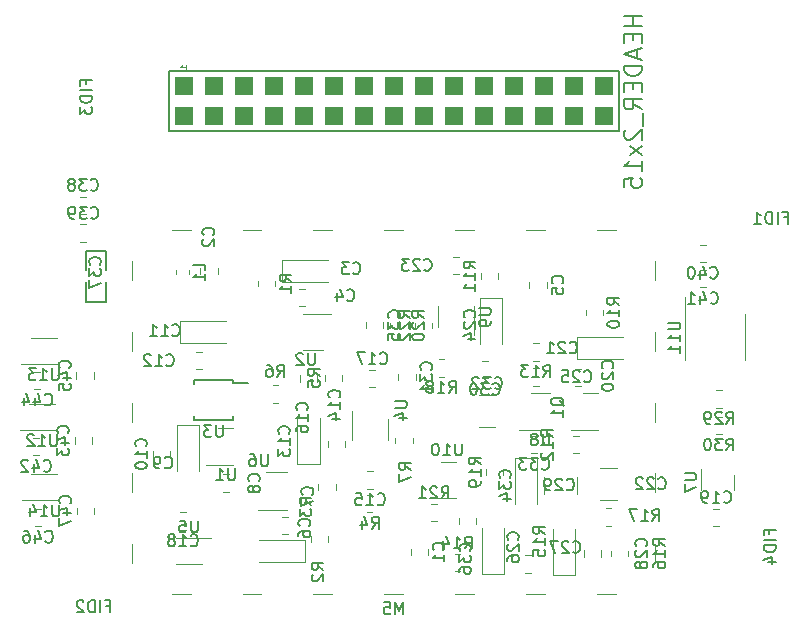
<source format=gbr>
%TF.GenerationSoftware,KiCad,Pcbnew,7.0.8-7.0.8~ubuntu23.04.1*%
%TF.CreationDate,2023-11-09T23:49:29+00:00*%
%TF.ProjectId,AIRDOS04_base,41495244-4f53-4303-945f-626173652e6b,REV*%
%TF.SameCoordinates,PX66dd020PY81342c0*%
%TF.FileFunction,Legend,Bot*%
%TF.FilePolarity,Positive*%
%FSLAX46Y46*%
G04 Gerber Fmt 4.6, Leading zero omitted, Abs format (unit mm)*
G04 Created by KiCad (PCBNEW 7.0.8-7.0.8~ubuntu23.04.1) date 2023-11-09 23:49:29*
%MOMM*%
%LPD*%
G01*
G04 APERTURE LIST*
%ADD10C,0.150000*%
%ADD11C,0.050000*%
%ADD12C,0.120000*%
%ADD13R,1.524000X1.524000*%
G04 APERTURE END LIST*
D10*
X25353180Y40766667D02*
X25400800Y40814286D01*
X25400800Y40814286D02*
X25448419Y40957143D01*
X25448419Y40957143D02*
X25448419Y41052381D01*
X25448419Y41052381D02*
X25400800Y41195238D01*
X25400800Y41195238D02*
X25305561Y41290476D01*
X25305561Y41290476D02*
X25210323Y41338095D01*
X25210323Y41338095D02*
X25019847Y41385714D01*
X25019847Y41385714D02*
X24876990Y41385714D01*
X24876990Y41385714D02*
X24686514Y41338095D01*
X24686514Y41338095D02*
X24591276Y41290476D01*
X24591276Y41290476D02*
X24496038Y41195238D01*
X24496038Y41195238D02*
X24448419Y41052381D01*
X24448419Y41052381D02*
X24448419Y40957143D01*
X24448419Y40957143D02*
X24496038Y40814286D01*
X24496038Y40814286D02*
X24543657Y40766667D01*
X24543657Y40385714D02*
X24496038Y40338095D01*
X24496038Y40338095D02*
X24448419Y40242857D01*
X24448419Y40242857D02*
X24448419Y40004762D01*
X24448419Y40004762D02*
X24496038Y39909524D01*
X24496038Y39909524D02*
X24543657Y39861905D01*
X24543657Y39861905D02*
X24638895Y39814286D01*
X24638895Y39814286D02*
X24734133Y39814286D01*
X24734133Y39814286D02*
X24876990Y39861905D01*
X24876990Y39861905D02*
X25448419Y40433333D01*
X25448419Y40433333D02*
X25448419Y39814286D01*
X33967304Y30766381D02*
X33967304Y29956858D01*
X33967304Y29956858D02*
X33919685Y29861620D01*
X33919685Y29861620D02*
X33872066Y29814000D01*
X33872066Y29814000D02*
X33776828Y29766381D01*
X33776828Y29766381D02*
X33586352Y29766381D01*
X33586352Y29766381D02*
X33491114Y29814000D01*
X33491114Y29814000D02*
X33443495Y29861620D01*
X33443495Y29861620D02*
X33395876Y29956858D01*
X33395876Y29956858D02*
X33395876Y30766381D01*
X32967304Y30671143D02*
X32919685Y30718762D01*
X32919685Y30718762D02*
X32824447Y30766381D01*
X32824447Y30766381D02*
X32586352Y30766381D01*
X32586352Y30766381D02*
X32491114Y30718762D01*
X32491114Y30718762D02*
X32443495Y30671143D01*
X32443495Y30671143D02*
X32395876Y30575905D01*
X32395876Y30575905D02*
X32395876Y30480667D01*
X32395876Y30480667D02*
X32443495Y30337810D01*
X32443495Y30337810D02*
X33014923Y29766381D01*
X33014923Y29766381D02*
X32395876Y29766381D01*
X37199866Y37544220D02*
X37247485Y37496600D01*
X37247485Y37496600D02*
X37390342Y37448981D01*
X37390342Y37448981D02*
X37485580Y37448981D01*
X37485580Y37448981D02*
X37628437Y37496600D01*
X37628437Y37496600D02*
X37723675Y37591839D01*
X37723675Y37591839D02*
X37771294Y37687077D01*
X37771294Y37687077D02*
X37818913Y37877553D01*
X37818913Y37877553D02*
X37818913Y38020410D01*
X37818913Y38020410D02*
X37771294Y38210886D01*
X37771294Y38210886D02*
X37723675Y38306124D01*
X37723675Y38306124D02*
X37628437Y38401362D01*
X37628437Y38401362D02*
X37485580Y38448981D01*
X37485580Y38448981D02*
X37390342Y38448981D01*
X37390342Y38448981D02*
X37247485Y38401362D01*
X37247485Y38401362D02*
X37199866Y38353743D01*
X36866532Y38448981D02*
X36247485Y38448981D01*
X36247485Y38448981D02*
X36580818Y38068029D01*
X36580818Y38068029D02*
X36437961Y38068029D01*
X36437961Y38068029D02*
X36342723Y38020410D01*
X36342723Y38020410D02*
X36295104Y37972791D01*
X36295104Y37972791D02*
X36247485Y37877553D01*
X36247485Y37877553D02*
X36247485Y37639458D01*
X36247485Y37639458D02*
X36295104Y37544220D01*
X36295104Y37544220D02*
X36342723Y37496600D01*
X36342723Y37496600D02*
X36437961Y37448981D01*
X36437961Y37448981D02*
X36723675Y37448981D01*
X36723675Y37448981D02*
X36818913Y37496600D01*
X36818913Y37496600D02*
X36866532Y37544220D01*
X29213980Y19913267D02*
X29261600Y19960886D01*
X29261600Y19960886D02*
X29309219Y20103743D01*
X29309219Y20103743D02*
X29309219Y20198981D01*
X29309219Y20198981D02*
X29261600Y20341838D01*
X29261600Y20341838D02*
X29166361Y20437076D01*
X29166361Y20437076D02*
X29071123Y20484695D01*
X29071123Y20484695D02*
X28880647Y20532314D01*
X28880647Y20532314D02*
X28737790Y20532314D01*
X28737790Y20532314D02*
X28547314Y20484695D01*
X28547314Y20484695D02*
X28452076Y20437076D01*
X28452076Y20437076D02*
X28356838Y20341838D01*
X28356838Y20341838D02*
X28309219Y20198981D01*
X28309219Y20198981D02*
X28309219Y20103743D01*
X28309219Y20103743D02*
X28356838Y19960886D01*
X28356838Y19960886D02*
X28404457Y19913267D01*
X28737790Y19341838D02*
X28690171Y19437076D01*
X28690171Y19437076D02*
X28642552Y19484695D01*
X28642552Y19484695D02*
X28547314Y19532314D01*
X28547314Y19532314D02*
X28499695Y19532314D01*
X28499695Y19532314D02*
X28404457Y19484695D01*
X28404457Y19484695D02*
X28356838Y19437076D01*
X28356838Y19437076D02*
X28309219Y19341838D01*
X28309219Y19341838D02*
X28309219Y19151362D01*
X28309219Y19151362D02*
X28356838Y19056124D01*
X28356838Y19056124D02*
X28404457Y19008505D01*
X28404457Y19008505D02*
X28499695Y18960886D01*
X28499695Y18960886D02*
X28547314Y18960886D01*
X28547314Y18960886D02*
X28642552Y19008505D01*
X28642552Y19008505D02*
X28690171Y19056124D01*
X28690171Y19056124D02*
X28737790Y19151362D01*
X28737790Y19151362D02*
X28737790Y19341838D01*
X28737790Y19341838D02*
X28785409Y19437076D01*
X28785409Y19437076D02*
X28833028Y19484695D01*
X28833028Y19484695D02*
X28928266Y19532314D01*
X28928266Y19532314D02*
X29118742Y19532314D01*
X29118742Y19532314D02*
X29213980Y19484695D01*
X29213980Y19484695D02*
X29261600Y19437076D01*
X29261600Y19437076D02*
X29309219Y19341838D01*
X29309219Y19341838D02*
X29309219Y19151362D01*
X29309219Y19151362D02*
X29261600Y19056124D01*
X29261600Y19056124D02*
X29213980Y19008505D01*
X29213980Y19008505D02*
X29118742Y18960886D01*
X29118742Y18960886D02*
X28928266Y18960886D01*
X28928266Y18960886D02*
X28833028Y19008505D01*
X28833028Y19008505D02*
X28785409Y19056124D01*
X28785409Y19056124D02*
X28737790Y19151362D01*
X36691866Y35258220D02*
X36739485Y35210600D01*
X36739485Y35210600D02*
X36882342Y35162981D01*
X36882342Y35162981D02*
X36977580Y35162981D01*
X36977580Y35162981D02*
X37120437Y35210600D01*
X37120437Y35210600D02*
X37215675Y35305839D01*
X37215675Y35305839D02*
X37263294Y35401077D01*
X37263294Y35401077D02*
X37310913Y35591553D01*
X37310913Y35591553D02*
X37310913Y35734410D01*
X37310913Y35734410D02*
X37263294Y35924886D01*
X37263294Y35924886D02*
X37215675Y36020124D01*
X37215675Y36020124D02*
X37120437Y36115362D01*
X37120437Y36115362D02*
X36977580Y36162981D01*
X36977580Y36162981D02*
X36882342Y36162981D01*
X36882342Y36162981D02*
X36739485Y36115362D01*
X36739485Y36115362D02*
X36691866Y36067743D01*
X35834723Y35829648D02*
X35834723Y35162981D01*
X36072818Y36210600D02*
X36310913Y35496315D01*
X36310913Y35496315D02*
X35691866Y35496315D01*
X33731380Y18785467D02*
X33779000Y18833086D01*
X33779000Y18833086D02*
X33826619Y18975943D01*
X33826619Y18975943D02*
X33826619Y19071181D01*
X33826619Y19071181D02*
X33779000Y19214038D01*
X33779000Y19214038D02*
X33683761Y19309276D01*
X33683761Y19309276D02*
X33588523Y19356895D01*
X33588523Y19356895D02*
X33398047Y19404514D01*
X33398047Y19404514D02*
X33255190Y19404514D01*
X33255190Y19404514D02*
X33064714Y19356895D01*
X33064714Y19356895D02*
X32969476Y19309276D01*
X32969476Y19309276D02*
X32874238Y19214038D01*
X32874238Y19214038D02*
X32826619Y19071181D01*
X32826619Y19071181D02*
X32826619Y18975943D01*
X32826619Y18975943D02*
X32874238Y18833086D01*
X32874238Y18833086D02*
X32921857Y18785467D01*
X32826619Y18452133D02*
X32826619Y17785467D01*
X32826619Y17785467D02*
X33826619Y18214038D01*
X33277980Y25952058D02*
X33325600Y25999677D01*
X33325600Y25999677D02*
X33373219Y26142534D01*
X33373219Y26142534D02*
X33373219Y26237772D01*
X33373219Y26237772D02*
X33325600Y26380629D01*
X33325600Y26380629D02*
X33230361Y26475867D01*
X33230361Y26475867D02*
X33135123Y26523486D01*
X33135123Y26523486D02*
X32944647Y26571105D01*
X32944647Y26571105D02*
X32801790Y26571105D01*
X32801790Y26571105D02*
X32611314Y26523486D01*
X32611314Y26523486D02*
X32516076Y26475867D01*
X32516076Y26475867D02*
X32420838Y26380629D01*
X32420838Y26380629D02*
X32373219Y26237772D01*
X32373219Y26237772D02*
X32373219Y26142534D01*
X32373219Y26142534D02*
X32420838Y25999677D01*
X32420838Y25999677D02*
X32468457Y25952058D01*
X33373219Y24999677D02*
X33373219Y25571105D01*
X33373219Y25285391D02*
X32373219Y25285391D01*
X32373219Y25285391D02*
X32516076Y25380629D01*
X32516076Y25380629D02*
X32611314Y25475867D01*
X32611314Y25475867D02*
X32658933Y25571105D01*
X32373219Y24142534D02*
X32373219Y24333010D01*
X32373219Y24333010D02*
X32420838Y24428248D01*
X32420838Y24428248D02*
X32468457Y24475867D01*
X32468457Y24475867D02*
X32611314Y24571105D01*
X32611314Y24571105D02*
X32801790Y24618724D01*
X32801790Y24618724D02*
X33182742Y24618724D01*
X33182742Y24618724D02*
X33277980Y24571105D01*
X33277980Y24571105D02*
X33325600Y24523486D01*
X33325600Y24523486D02*
X33373219Y24428248D01*
X33373219Y24428248D02*
X33373219Y24237772D01*
X33373219Y24237772D02*
X33325600Y24142534D01*
X33325600Y24142534D02*
X33277980Y24094915D01*
X33277980Y24094915D02*
X33182742Y24047296D01*
X33182742Y24047296D02*
X32944647Y24047296D01*
X32944647Y24047296D02*
X32849409Y24094915D01*
X32849409Y24094915D02*
X32801790Y24142534D01*
X32801790Y24142534D02*
X32754171Y24237772D01*
X32754171Y24237772D02*
X32754171Y24428248D01*
X32754171Y24428248D02*
X32801790Y24523486D01*
X32801790Y24523486D02*
X32849409Y24571105D01*
X32849409Y24571105D02*
X32944647Y24618724D01*
X30773666Y28755181D02*
X31106999Y29231372D01*
X31345094Y28755181D02*
X31345094Y29755181D01*
X31345094Y29755181D02*
X30964142Y29755181D01*
X30964142Y29755181D02*
X30868904Y29707562D01*
X30868904Y29707562D02*
X30821285Y29659943D01*
X30821285Y29659943D02*
X30773666Y29564705D01*
X30773666Y29564705D02*
X30773666Y29421848D01*
X30773666Y29421848D02*
X30821285Y29326610D01*
X30821285Y29326610D02*
X30868904Y29278991D01*
X30868904Y29278991D02*
X30964142Y29231372D01*
X30964142Y29231372D02*
X31345094Y29231372D01*
X29916523Y29755181D02*
X30106999Y29755181D01*
X30106999Y29755181D02*
X30202237Y29707562D01*
X30202237Y29707562D02*
X30249856Y29659943D01*
X30249856Y29659943D02*
X30345094Y29517086D01*
X30345094Y29517086D02*
X30392713Y29326610D01*
X30392713Y29326610D02*
X30392713Y28945658D01*
X30392713Y28945658D02*
X30345094Y28850420D01*
X30345094Y28850420D02*
X30297475Y28802800D01*
X30297475Y28802800D02*
X30202237Y28755181D01*
X30202237Y28755181D02*
X30011761Y28755181D01*
X30011761Y28755181D02*
X29916523Y28802800D01*
X29916523Y28802800D02*
X29868904Y28850420D01*
X29868904Y28850420D02*
X29821285Y28945658D01*
X29821285Y28945658D02*
X29821285Y29183753D01*
X29821285Y29183753D02*
X29868904Y29278991D01*
X29868904Y29278991D02*
X29916523Y29326610D01*
X29916523Y29326610D02*
X30011761Y29374229D01*
X30011761Y29374229D02*
X30202237Y29374229D01*
X30202237Y29374229D02*
X30297475Y29326610D01*
X30297475Y29326610D02*
X30345094Y29278991D01*
X30345094Y29278991D02*
X30392713Y29183753D01*
X33678019Y17932067D02*
X33201828Y18265400D01*
X33678019Y18503495D02*
X32678019Y18503495D01*
X32678019Y18503495D02*
X32678019Y18122543D01*
X32678019Y18122543D02*
X32725638Y18027305D01*
X32725638Y18027305D02*
X32773257Y17979686D01*
X32773257Y17979686D02*
X32868495Y17932067D01*
X32868495Y17932067D02*
X33011352Y17932067D01*
X33011352Y17932067D02*
X33106590Y17979686D01*
X33106590Y17979686D02*
X33154209Y18027305D01*
X33154209Y18027305D02*
X33201828Y18122543D01*
X33201828Y18122543D02*
X33201828Y18503495D01*
X32678019Y17598733D02*
X32678019Y16979686D01*
X32678019Y16979686D02*
X33058971Y17313019D01*
X33058971Y17313019D02*
X33058971Y17170162D01*
X33058971Y17170162D02*
X33106590Y17074924D01*
X33106590Y17074924D02*
X33154209Y17027305D01*
X33154209Y17027305D02*
X33249447Y16979686D01*
X33249447Y16979686D02*
X33487542Y16979686D01*
X33487542Y16979686D02*
X33582780Y17027305D01*
X33582780Y17027305D02*
X33630400Y17074924D01*
X33630400Y17074924D02*
X33678019Y17170162D01*
X33678019Y17170162D02*
X33678019Y17455876D01*
X33678019Y17455876D02*
X33630400Y17551114D01*
X33630400Y17551114D02*
X33582780Y17598733D01*
X34694019Y12394867D02*
X34217828Y12728200D01*
X34694019Y12966295D02*
X33694019Y12966295D01*
X33694019Y12966295D02*
X33694019Y12585343D01*
X33694019Y12585343D02*
X33741638Y12490105D01*
X33741638Y12490105D02*
X33789257Y12442486D01*
X33789257Y12442486D02*
X33884495Y12394867D01*
X33884495Y12394867D02*
X34027352Y12394867D01*
X34027352Y12394867D02*
X34122590Y12442486D01*
X34122590Y12442486D02*
X34170209Y12490105D01*
X34170209Y12490105D02*
X34217828Y12585343D01*
X34217828Y12585343D02*
X34217828Y12966295D01*
X33789257Y12013914D02*
X33741638Y11966295D01*
X33741638Y11966295D02*
X33694019Y11871057D01*
X33694019Y11871057D02*
X33694019Y11632962D01*
X33694019Y11632962D02*
X33741638Y11537724D01*
X33741638Y11537724D02*
X33789257Y11490105D01*
X33789257Y11490105D02*
X33884495Y11442486D01*
X33884495Y11442486D02*
X33979733Y11442486D01*
X33979733Y11442486D02*
X34122590Y11490105D01*
X34122590Y11490105D02*
X34694019Y12061533D01*
X34694019Y12061533D02*
X34694019Y11442486D01*
X34364819Y28828667D02*
X33888628Y29162000D01*
X34364819Y29400095D02*
X33364819Y29400095D01*
X33364819Y29400095D02*
X33364819Y29019143D01*
X33364819Y29019143D02*
X33412438Y28923905D01*
X33412438Y28923905D02*
X33460057Y28876286D01*
X33460057Y28876286D02*
X33555295Y28828667D01*
X33555295Y28828667D02*
X33698152Y28828667D01*
X33698152Y28828667D02*
X33793390Y28876286D01*
X33793390Y28876286D02*
X33841009Y28923905D01*
X33841009Y28923905D02*
X33888628Y29019143D01*
X33888628Y29019143D02*
X33888628Y29400095D01*
X33364819Y27923905D02*
X33364819Y28400095D01*
X33364819Y28400095D02*
X33841009Y28447714D01*
X33841009Y28447714D02*
X33793390Y28400095D01*
X33793390Y28400095D02*
X33745771Y28304857D01*
X33745771Y28304857D02*
X33745771Y28066762D01*
X33745771Y28066762D02*
X33793390Y27971524D01*
X33793390Y27971524D02*
X33841009Y27923905D01*
X33841009Y27923905D02*
X33936247Y27876286D01*
X33936247Y27876286D02*
X34174342Y27876286D01*
X34174342Y27876286D02*
X34269580Y27923905D01*
X34269580Y27923905D02*
X34317200Y27971524D01*
X34317200Y27971524D02*
X34364819Y28066762D01*
X34364819Y28066762D02*
X34364819Y28304857D01*
X34364819Y28304857D02*
X34317200Y28400095D01*
X34317200Y28400095D02*
X34269580Y28447714D01*
X41449523Y8661581D02*
X41449523Y9661581D01*
X41449523Y9661581D02*
X41116190Y8947296D01*
X41116190Y8947296D02*
X40782857Y9661581D01*
X40782857Y9661581D02*
X40782857Y8661581D01*
X39830476Y9661581D02*
X40306666Y9661581D01*
X40306666Y9661581D02*
X40354285Y9185391D01*
X40354285Y9185391D02*
X40306666Y9233010D01*
X40306666Y9233010D02*
X40211428Y9280629D01*
X40211428Y9280629D02*
X39973333Y9280629D01*
X39973333Y9280629D02*
X39878095Y9233010D01*
X39878095Y9233010D02*
X39830476Y9185391D01*
X39830476Y9185391D02*
X39782857Y9090153D01*
X39782857Y9090153D02*
X39782857Y8852058D01*
X39782857Y8852058D02*
X39830476Y8756820D01*
X39830476Y8756820D02*
X39878095Y8709200D01*
X39878095Y8709200D02*
X39973333Y8661581D01*
X39973333Y8661581D02*
X40211428Y8661581D01*
X40211428Y8661581D02*
X40306666Y8709200D01*
X40306666Y8709200D02*
X40354285Y8756820D01*
X29971904Y22181381D02*
X29971904Y21371858D01*
X29971904Y21371858D02*
X29924285Y21276620D01*
X29924285Y21276620D02*
X29876666Y21229000D01*
X29876666Y21229000D02*
X29781428Y21181381D01*
X29781428Y21181381D02*
X29590952Y21181381D01*
X29590952Y21181381D02*
X29495714Y21229000D01*
X29495714Y21229000D02*
X29448095Y21276620D01*
X29448095Y21276620D02*
X29400476Y21371858D01*
X29400476Y21371858D02*
X29400476Y22181381D01*
X28495714Y22181381D02*
X28686190Y22181381D01*
X28686190Y22181381D02*
X28781428Y22133762D01*
X28781428Y22133762D02*
X28829047Y22086143D01*
X28829047Y22086143D02*
X28924285Y21943286D01*
X28924285Y21943286D02*
X28971904Y21752810D01*
X28971904Y21752810D02*
X28971904Y21371858D01*
X28971904Y21371858D02*
X28924285Y21276620D01*
X28924285Y21276620D02*
X28876666Y21229000D01*
X28876666Y21229000D02*
X28781428Y21181381D01*
X28781428Y21181381D02*
X28590952Y21181381D01*
X28590952Y21181381D02*
X28495714Y21229000D01*
X28495714Y21229000D02*
X28448095Y21276620D01*
X28448095Y21276620D02*
X28400476Y21371858D01*
X28400476Y21371858D02*
X28400476Y21609953D01*
X28400476Y21609953D02*
X28448095Y21705191D01*
X28448095Y21705191D02*
X28495714Y21752810D01*
X28495714Y21752810D02*
X28590952Y21800429D01*
X28590952Y21800429D02*
X28781428Y21800429D01*
X28781428Y21800429D02*
X28876666Y21752810D01*
X28876666Y21752810D02*
X28924285Y21705191D01*
X28924285Y21705191D02*
X28971904Y21609953D01*
X49182257Y27823020D02*
X49229876Y27775400D01*
X49229876Y27775400D02*
X49372733Y27727781D01*
X49372733Y27727781D02*
X49467971Y27727781D01*
X49467971Y27727781D02*
X49610828Y27775400D01*
X49610828Y27775400D02*
X49706066Y27870639D01*
X49706066Y27870639D02*
X49753685Y27965877D01*
X49753685Y27965877D02*
X49801304Y28156353D01*
X49801304Y28156353D02*
X49801304Y28299210D01*
X49801304Y28299210D02*
X49753685Y28489686D01*
X49753685Y28489686D02*
X49706066Y28584924D01*
X49706066Y28584924D02*
X49610828Y28680162D01*
X49610828Y28680162D02*
X49467971Y28727781D01*
X49467971Y28727781D02*
X49372733Y28727781D01*
X49372733Y28727781D02*
X49229876Y28680162D01*
X49229876Y28680162D02*
X49182257Y28632543D01*
X48848923Y28727781D02*
X48229876Y28727781D01*
X48229876Y28727781D02*
X48563209Y28346829D01*
X48563209Y28346829D02*
X48420352Y28346829D01*
X48420352Y28346829D02*
X48325114Y28299210D01*
X48325114Y28299210D02*
X48277495Y28251591D01*
X48277495Y28251591D02*
X48229876Y28156353D01*
X48229876Y28156353D02*
X48229876Y27918258D01*
X48229876Y27918258D02*
X48277495Y27823020D01*
X48277495Y27823020D02*
X48325114Y27775400D01*
X48325114Y27775400D02*
X48420352Y27727781D01*
X48420352Y27727781D02*
X48706066Y27727781D01*
X48706066Y27727781D02*
X48801304Y27775400D01*
X48801304Y27775400D02*
X48848923Y27823020D01*
X47848923Y28632543D02*
X47801304Y28680162D01*
X47801304Y28680162D02*
X47706066Y28727781D01*
X47706066Y28727781D02*
X47467971Y28727781D01*
X47467971Y28727781D02*
X47372733Y28680162D01*
X47372733Y28680162D02*
X47325114Y28632543D01*
X47325114Y28632543D02*
X47277495Y28537305D01*
X47277495Y28537305D02*
X47277495Y28442067D01*
X47277495Y28442067D02*
X47325114Y28299210D01*
X47325114Y28299210D02*
X47896542Y27727781D01*
X47896542Y27727781D02*
X47277495Y27727781D01*
X47863819Y34587705D02*
X48673342Y34587705D01*
X48673342Y34587705D02*
X48768580Y34540086D01*
X48768580Y34540086D02*
X48816200Y34492467D01*
X48816200Y34492467D02*
X48863819Y34397229D01*
X48863819Y34397229D02*
X48863819Y34206753D01*
X48863819Y34206753D02*
X48816200Y34111515D01*
X48816200Y34111515D02*
X48768580Y34063896D01*
X48768580Y34063896D02*
X48673342Y34016277D01*
X48673342Y34016277D02*
X47863819Y34016277D01*
X48863819Y33492467D02*
X48863819Y33301991D01*
X48863819Y33301991D02*
X48816200Y33206753D01*
X48816200Y33206753D02*
X48768580Y33159134D01*
X48768580Y33159134D02*
X48625723Y33063896D01*
X48625723Y33063896D02*
X48435247Y33016277D01*
X48435247Y33016277D02*
X48054295Y33016277D01*
X48054295Y33016277D02*
X47959057Y33063896D01*
X47959057Y33063896D02*
X47911438Y33111515D01*
X47911438Y33111515D02*
X47863819Y33206753D01*
X47863819Y33206753D02*
X47863819Y33397229D01*
X47863819Y33397229D02*
X47911438Y33492467D01*
X47911438Y33492467D02*
X47959057Y33540086D01*
X47959057Y33540086D02*
X48054295Y33587705D01*
X48054295Y33587705D02*
X48292390Y33587705D01*
X48292390Y33587705D02*
X48387628Y33540086D01*
X48387628Y33540086D02*
X48435247Y33492467D01*
X48435247Y33492467D02*
X48482866Y33397229D01*
X48482866Y33397229D02*
X48482866Y33206753D01*
X48482866Y33206753D02*
X48435247Y33111515D01*
X48435247Y33111515D02*
X48387628Y33063896D01*
X48387628Y33063896D02*
X48292390Y33016277D01*
X21394657Y29750220D02*
X21442276Y29702600D01*
X21442276Y29702600D02*
X21585133Y29654981D01*
X21585133Y29654981D02*
X21680371Y29654981D01*
X21680371Y29654981D02*
X21823228Y29702600D01*
X21823228Y29702600D02*
X21918466Y29797839D01*
X21918466Y29797839D02*
X21966085Y29893077D01*
X21966085Y29893077D02*
X22013704Y30083553D01*
X22013704Y30083553D02*
X22013704Y30226410D01*
X22013704Y30226410D02*
X21966085Y30416886D01*
X21966085Y30416886D02*
X21918466Y30512124D01*
X21918466Y30512124D02*
X21823228Y30607362D01*
X21823228Y30607362D02*
X21680371Y30654981D01*
X21680371Y30654981D02*
X21585133Y30654981D01*
X21585133Y30654981D02*
X21442276Y30607362D01*
X21442276Y30607362D02*
X21394657Y30559743D01*
X20442276Y29654981D02*
X21013704Y29654981D01*
X20727990Y29654981D02*
X20727990Y30654981D01*
X20727990Y30654981D02*
X20823228Y30512124D01*
X20823228Y30512124D02*
X20918466Y30416886D01*
X20918466Y30416886D02*
X21013704Y30369267D01*
X20061323Y30559743D02*
X20013704Y30607362D01*
X20013704Y30607362D02*
X19918466Y30654981D01*
X19918466Y30654981D02*
X19680371Y30654981D01*
X19680371Y30654981D02*
X19585133Y30607362D01*
X19585133Y30607362D02*
X19537514Y30559743D01*
X19537514Y30559743D02*
X19489895Y30464505D01*
X19489895Y30464505D02*
X19489895Y30369267D01*
X19489895Y30369267D02*
X19537514Y30226410D01*
X19537514Y30226410D02*
X20108942Y29654981D01*
X20108942Y29654981D02*
X19489895Y29654981D01*
X11158457Y14815820D02*
X11206076Y14768200D01*
X11206076Y14768200D02*
X11348933Y14720581D01*
X11348933Y14720581D02*
X11444171Y14720581D01*
X11444171Y14720581D02*
X11587028Y14768200D01*
X11587028Y14768200D02*
X11682266Y14863439D01*
X11682266Y14863439D02*
X11729885Y14958677D01*
X11729885Y14958677D02*
X11777504Y15149153D01*
X11777504Y15149153D02*
X11777504Y15292010D01*
X11777504Y15292010D02*
X11729885Y15482486D01*
X11729885Y15482486D02*
X11682266Y15577724D01*
X11682266Y15577724D02*
X11587028Y15672962D01*
X11587028Y15672962D02*
X11444171Y15720581D01*
X11444171Y15720581D02*
X11348933Y15720581D01*
X11348933Y15720581D02*
X11206076Y15672962D01*
X11206076Y15672962D02*
X11158457Y15625343D01*
X10301314Y15387248D02*
X10301314Y14720581D01*
X10539409Y15768200D02*
X10777504Y15053915D01*
X10777504Y15053915D02*
X10158457Y15053915D01*
X9348933Y15720581D02*
X9539409Y15720581D01*
X9539409Y15720581D02*
X9634647Y15672962D01*
X9634647Y15672962D02*
X9682266Y15625343D01*
X9682266Y15625343D02*
X9777504Y15482486D01*
X9777504Y15482486D02*
X9825123Y15292010D01*
X9825123Y15292010D02*
X9825123Y14911058D01*
X9825123Y14911058D02*
X9777504Y14815820D01*
X9777504Y14815820D02*
X9729885Y14768200D01*
X9729885Y14768200D02*
X9634647Y14720581D01*
X9634647Y14720581D02*
X9444171Y14720581D01*
X9444171Y14720581D02*
X9348933Y14768200D01*
X9348933Y14768200D02*
X9301314Y14815820D01*
X9301314Y14815820D02*
X9253695Y14911058D01*
X9253695Y14911058D02*
X9253695Y15149153D01*
X9253695Y15149153D02*
X9301314Y15244391D01*
X9301314Y15244391D02*
X9348933Y15292010D01*
X9348933Y15292010D02*
X9444171Y15339629D01*
X9444171Y15339629D02*
X9634647Y15339629D01*
X9634647Y15339629D02*
X9729885Y15292010D01*
X9729885Y15292010D02*
X9777504Y15244391D01*
X9777504Y15244391D02*
X9825123Y15149153D01*
X23452057Y14506620D02*
X23499676Y14459000D01*
X23499676Y14459000D02*
X23642533Y14411381D01*
X23642533Y14411381D02*
X23737771Y14411381D01*
X23737771Y14411381D02*
X23880628Y14459000D01*
X23880628Y14459000D02*
X23975866Y14554239D01*
X23975866Y14554239D02*
X24023485Y14649477D01*
X24023485Y14649477D02*
X24071104Y14839953D01*
X24071104Y14839953D02*
X24071104Y14982810D01*
X24071104Y14982810D02*
X24023485Y15173286D01*
X24023485Y15173286D02*
X23975866Y15268524D01*
X23975866Y15268524D02*
X23880628Y15363762D01*
X23880628Y15363762D02*
X23737771Y15411381D01*
X23737771Y15411381D02*
X23642533Y15411381D01*
X23642533Y15411381D02*
X23499676Y15363762D01*
X23499676Y15363762D02*
X23452057Y15316143D01*
X22499676Y14411381D02*
X23071104Y14411381D01*
X22785390Y14411381D02*
X22785390Y15411381D01*
X22785390Y15411381D02*
X22880628Y15268524D01*
X22880628Y15268524D02*
X22975866Y15173286D01*
X22975866Y15173286D02*
X23071104Y15125667D01*
X21928247Y14982810D02*
X22023485Y15030429D01*
X22023485Y15030429D02*
X22071104Y15078048D01*
X22071104Y15078048D02*
X22118723Y15173286D01*
X22118723Y15173286D02*
X22118723Y15220905D01*
X22118723Y15220905D02*
X22071104Y15316143D01*
X22071104Y15316143D02*
X22023485Y15363762D01*
X22023485Y15363762D02*
X21928247Y15411381D01*
X21928247Y15411381D02*
X21737771Y15411381D01*
X21737771Y15411381D02*
X21642533Y15363762D01*
X21642533Y15363762D02*
X21594914Y15316143D01*
X21594914Y15316143D02*
X21547295Y15220905D01*
X21547295Y15220905D02*
X21547295Y15173286D01*
X21547295Y15173286D02*
X21594914Y15078048D01*
X21594914Y15078048D02*
X21642533Y15030429D01*
X21642533Y15030429D02*
X21737771Y14982810D01*
X21737771Y14982810D02*
X21928247Y14982810D01*
X21928247Y14982810D02*
X22023485Y14935191D01*
X22023485Y14935191D02*
X22071104Y14887572D01*
X22071104Y14887572D02*
X22118723Y14792334D01*
X22118723Y14792334D02*
X22118723Y14601858D01*
X22118723Y14601858D02*
X22071104Y14506620D01*
X22071104Y14506620D02*
X22023485Y14459000D01*
X22023485Y14459000D02*
X21928247Y14411381D01*
X21928247Y14411381D02*
X21737771Y14411381D01*
X21737771Y14411381D02*
X21642533Y14459000D01*
X21642533Y14459000D02*
X21594914Y14506620D01*
X21594914Y14506620D02*
X21547295Y14601858D01*
X21547295Y14601858D02*
X21547295Y14792334D01*
X21547295Y14792334D02*
X21594914Y14887572D01*
X21594914Y14887572D02*
X21642533Y14935191D01*
X21642533Y14935191D02*
X21737771Y14982810D01*
X14983657Y44602020D02*
X15031276Y44554400D01*
X15031276Y44554400D02*
X15174133Y44506781D01*
X15174133Y44506781D02*
X15269371Y44506781D01*
X15269371Y44506781D02*
X15412228Y44554400D01*
X15412228Y44554400D02*
X15507466Y44649639D01*
X15507466Y44649639D02*
X15555085Y44744877D01*
X15555085Y44744877D02*
X15602704Y44935353D01*
X15602704Y44935353D02*
X15602704Y45078210D01*
X15602704Y45078210D02*
X15555085Y45268686D01*
X15555085Y45268686D02*
X15507466Y45363924D01*
X15507466Y45363924D02*
X15412228Y45459162D01*
X15412228Y45459162D02*
X15269371Y45506781D01*
X15269371Y45506781D02*
X15174133Y45506781D01*
X15174133Y45506781D02*
X15031276Y45459162D01*
X15031276Y45459162D02*
X14983657Y45411543D01*
X14650323Y45506781D02*
X14031276Y45506781D01*
X14031276Y45506781D02*
X14364609Y45125829D01*
X14364609Y45125829D02*
X14221752Y45125829D01*
X14221752Y45125829D02*
X14126514Y45078210D01*
X14126514Y45078210D02*
X14078895Y45030591D01*
X14078895Y45030591D02*
X14031276Y44935353D01*
X14031276Y44935353D02*
X14031276Y44697258D01*
X14031276Y44697258D02*
X14078895Y44602020D01*
X14078895Y44602020D02*
X14126514Y44554400D01*
X14126514Y44554400D02*
X14221752Y44506781D01*
X14221752Y44506781D02*
X14507466Y44506781D01*
X14507466Y44506781D02*
X14602704Y44554400D01*
X14602704Y44554400D02*
X14650323Y44602020D01*
X13459847Y45078210D02*
X13555085Y45125829D01*
X13555085Y45125829D02*
X13602704Y45173448D01*
X13602704Y45173448D02*
X13650323Y45268686D01*
X13650323Y45268686D02*
X13650323Y45316305D01*
X13650323Y45316305D02*
X13602704Y45411543D01*
X13602704Y45411543D02*
X13555085Y45459162D01*
X13555085Y45459162D02*
X13459847Y45506781D01*
X13459847Y45506781D02*
X13269371Y45506781D01*
X13269371Y45506781D02*
X13174133Y45459162D01*
X13174133Y45459162D02*
X13126514Y45411543D01*
X13126514Y45411543D02*
X13078895Y45316305D01*
X13078895Y45316305D02*
X13078895Y45268686D01*
X13078895Y45268686D02*
X13126514Y45173448D01*
X13126514Y45173448D02*
X13174133Y45125829D01*
X13174133Y45125829D02*
X13269371Y45078210D01*
X13269371Y45078210D02*
X13459847Y45078210D01*
X13459847Y45078210D02*
X13555085Y45030591D01*
X13555085Y45030591D02*
X13602704Y44982972D01*
X13602704Y44982972D02*
X13650323Y44887734D01*
X13650323Y44887734D02*
X13650323Y44697258D01*
X13650323Y44697258D02*
X13602704Y44602020D01*
X13602704Y44602020D02*
X13555085Y44554400D01*
X13555085Y44554400D02*
X13459847Y44506781D01*
X13459847Y44506781D02*
X13269371Y44506781D01*
X13269371Y44506781D02*
X13174133Y44554400D01*
X13174133Y44554400D02*
X13126514Y44602020D01*
X13126514Y44602020D02*
X13078895Y44697258D01*
X13078895Y44697258D02*
X13078895Y44887734D01*
X13078895Y44887734D02*
X13126514Y44982972D01*
X13126514Y44982972D02*
X13174133Y45030591D01*
X13174133Y45030591D02*
X13269371Y45078210D01*
X24053704Y16576781D02*
X24053704Y15767258D01*
X24053704Y15767258D02*
X24006085Y15672020D01*
X24006085Y15672020D02*
X23958466Y15624400D01*
X23958466Y15624400D02*
X23863228Y15576781D01*
X23863228Y15576781D02*
X23672752Y15576781D01*
X23672752Y15576781D02*
X23577514Y15624400D01*
X23577514Y15624400D02*
X23529895Y15672020D01*
X23529895Y15672020D02*
X23482276Y15767258D01*
X23482276Y15767258D02*
X23482276Y16576781D01*
X22529895Y16576781D02*
X23006085Y16576781D01*
X23006085Y16576781D02*
X23053704Y16100591D01*
X23053704Y16100591D02*
X23006085Y16148210D01*
X23006085Y16148210D02*
X22910847Y16195829D01*
X22910847Y16195829D02*
X22672752Y16195829D01*
X22672752Y16195829D02*
X22577514Y16148210D01*
X22577514Y16148210D02*
X22529895Y16100591D01*
X22529895Y16100591D02*
X22482276Y16005353D01*
X22482276Y16005353D02*
X22482276Y15767258D01*
X22482276Y15767258D02*
X22529895Y15672020D01*
X22529895Y15672020D02*
X22577514Y15624400D01*
X22577514Y15624400D02*
X22672752Y15576781D01*
X22672752Y15576781D02*
X22910847Y15576781D01*
X22910847Y15576781D02*
X23006085Y15624400D01*
X23006085Y15624400D02*
X23053704Y15672020D01*
X31753980Y23945458D02*
X31801600Y23993077D01*
X31801600Y23993077D02*
X31849219Y24135934D01*
X31849219Y24135934D02*
X31849219Y24231172D01*
X31849219Y24231172D02*
X31801600Y24374029D01*
X31801600Y24374029D02*
X31706361Y24469267D01*
X31706361Y24469267D02*
X31611123Y24516886D01*
X31611123Y24516886D02*
X31420647Y24564505D01*
X31420647Y24564505D02*
X31277790Y24564505D01*
X31277790Y24564505D02*
X31087314Y24516886D01*
X31087314Y24516886D02*
X30992076Y24469267D01*
X30992076Y24469267D02*
X30896838Y24374029D01*
X30896838Y24374029D02*
X30849219Y24231172D01*
X30849219Y24231172D02*
X30849219Y24135934D01*
X30849219Y24135934D02*
X30896838Y23993077D01*
X30896838Y23993077D02*
X30944457Y23945458D01*
X31849219Y22993077D02*
X31849219Y23564505D01*
X31849219Y23278791D02*
X30849219Y23278791D01*
X30849219Y23278791D02*
X30992076Y23374029D01*
X30992076Y23374029D02*
X31087314Y23469267D01*
X31087314Y23469267D02*
X31134933Y23564505D01*
X30849219Y22659743D02*
X30849219Y22040696D01*
X30849219Y22040696D02*
X31230171Y22374029D01*
X31230171Y22374029D02*
X31230171Y22231172D01*
X31230171Y22231172D02*
X31277790Y22135934D01*
X31277790Y22135934D02*
X31325409Y22088315D01*
X31325409Y22088315D02*
X31420647Y22040696D01*
X31420647Y22040696D02*
X31658742Y22040696D01*
X31658742Y22040696D02*
X31753980Y22088315D01*
X31753980Y22088315D02*
X31801600Y22135934D01*
X31801600Y22135934D02*
X31849219Y22231172D01*
X31849219Y22231172D02*
X31849219Y22516886D01*
X31849219Y22516886D02*
X31801600Y22612124D01*
X31801600Y22612124D02*
X31753980Y22659743D01*
X45321457Y27384581D02*
X45654790Y27860772D01*
X45892885Y27384581D02*
X45892885Y28384581D01*
X45892885Y28384581D02*
X45511933Y28384581D01*
X45511933Y28384581D02*
X45416695Y28336962D01*
X45416695Y28336962D02*
X45369076Y28289343D01*
X45369076Y28289343D02*
X45321457Y28194105D01*
X45321457Y28194105D02*
X45321457Y28051248D01*
X45321457Y28051248D02*
X45369076Y27956010D01*
X45369076Y27956010D02*
X45416695Y27908391D01*
X45416695Y27908391D02*
X45511933Y27860772D01*
X45511933Y27860772D02*
X45892885Y27860772D01*
X44369076Y27384581D02*
X44940504Y27384581D01*
X44654790Y27384581D02*
X44654790Y28384581D01*
X44654790Y28384581D02*
X44750028Y28241724D01*
X44750028Y28241724D02*
X44845266Y28146486D01*
X44845266Y28146486D02*
X44940504Y28098867D01*
X43797647Y27956010D02*
X43892885Y28003629D01*
X43892885Y28003629D02*
X43940504Y28051248D01*
X43940504Y28051248D02*
X43988123Y28146486D01*
X43988123Y28146486D02*
X43988123Y28194105D01*
X43988123Y28194105D02*
X43940504Y28289343D01*
X43940504Y28289343D02*
X43892885Y28336962D01*
X43892885Y28336962D02*
X43797647Y28384581D01*
X43797647Y28384581D02*
X43607171Y28384581D01*
X43607171Y28384581D02*
X43511933Y28336962D01*
X43511933Y28336962D02*
X43464314Y28289343D01*
X43464314Y28289343D02*
X43416695Y28194105D01*
X43416695Y28194105D02*
X43416695Y28146486D01*
X43416695Y28146486D02*
X43464314Y28051248D01*
X43464314Y28051248D02*
X43511933Y28003629D01*
X43511933Y28003629D02*
X43607171Y27956010D01*
X43607171Y27956010D02*
X43797647Y27956010D01*
X43797647Y27956010D02*
X43892885Y27908391D01*
X43892885Y27908391D02*
X43940504Y27860772D01*
X43940504Y27860772D02*
X43988123Y27765534D01*
X43988123Y27765534D02*
X43988123Y27575058D01*
X43988123Y27575058D02*
X43940504Y27479820D01*
X43940504Y27479820D02*
X43892885Y27432200D01*
X43892885Y27432200D02*
X43797647Y27384581D01*
X43797647Y27384581D02*
X43607171Y27384581D01*
X43607171Y27384581D02*
X43511933Y27432200D01*
X43511933Y27432200D02*
X43464314Y27479820D01*
X43464314Y27479820D02*
X43416695Y27575058D01*
X43416695Y27575058D02*
X43416695Y27765534D01*
X43416695Y27765534D02*
X43464314Y27860772D01*
X43464314Y27860772D02*
X43511933Y27908391D01*
X43511933Y27908391D02*
X43607171Y27956010D01*
X63620619Y14434658D02*
X63144428Y14767991D01*
X63620619Y15006086D02*
X62620619Y15006086D01*
X62620619Y15006086D02*
X62620619Y14625134D01*
X62620619Y14625134D02*
X62668238Y14529896D01*
X62668238Y14529896D02*
X62715857Y14482277D01*
X62715857Y14482277D02*
X62811095Y14434658D01*
X62811095Y14434658D02*
X62953952Y14434658D01*
X62953952Y14434658D02*
X63049190Y14482277D01*
X63049190Y14482277D02*
X63096809Y14529896D01*
X63096809Y14529896D02*
X63144428Y14625134D01*
X63144428Y14625134D02*
X63144428Y15006086D01*
X63620619Y13482277D02*
X63620619Y14053705D01*
X63620619Y13767991D02*
X62620619Y13767991D01*
X62620619Y13767991D02*
X62763476Y13863229D01*
X62763476Y13863229D02*
X62858714Y13958467D01*
X62858714Y13958467D02*
X62906333Y14053705D01*
X62620619Y12625134D02*
X62620619Y12815610D01*
X62620619Y12815610D02*
X62668238Y12910848D01*
X62668238Y12910848D02*
X62715857Y12958467D01*
X62715857Y12958467D02*
X62858714Y13053705D01*
X62858714Y13053705D02*
X63049190Y13101324D01*
X63049190Y13101324D02*
X63430142Y13101324D01*
X63430142Y13101324D02*
X63525380Y13053705D01*
X63525380Y13053705D02*
X63573000Y13006086D01*
X63573000Y13006086D02*
X63620619Y12910848D01*
X63620619Y12910848D02*
X63620619Y12720372D01*
X63620619Y12720372D02*
X63573000Y12625134D01*
X63573000Y12625134D02*
X63525380Y12577515D01*
X63525380Y12577515D02*
X63430142Y12529896D01*
X63430142Y12529896D02*
X63192047Y12529896D01*
X63192047Y12529896D02*
X63096809Y12577515D01*
X63096809Y12577515D02*
X63049190Y12625134D01*
X63049190Y12625134D02*
X63001571Y12720372D01*
X63001571Y12720372D02*
X63001571Y12910848D01*
X63001571Y12910848D02*
X63049190Y13006086D01*
X63049190Y13006086D02*
X63096809Y13053705D01*
X63096809Y13053705D02*
X63192047Y13101324D01*
X48004619Y21343858D02*
X47528428Y21677191D01*
X48004619Y21915286D02*
X47004619Y21915286D01*
X47004619Y21915286D02*
X47004619Y21534334D01*
X47004619Y21534334D02*
X47052238Y21439096D01*
X47052238Y21439096D02*
X47099857Y21391477D01*
X47099857Y21391477D02*
X47195095Y21343858D01*
X47195095Y21343858D02*
X47337952Y21343858D01*
X47337952Y21343858D02*
X47433190Y21391477D01*
X47433190Y21391477D02*
X47480809Y21439096D01*
X47480809Y21439096D02*
X47528428Y21534334D01*
X47528428Y21534334D02*
X47528428Y21915286D01*
X48004619Y20391477D02*
X48004619Y20962905D01*
X48004619Y20677191D02*
X47004619Y20677191D01*
X47004619Y20677191D02*
X47147476Y20772429D01*
X47147476Y20772429D02*
X47242714Y20867667D01*
X47242714Y20867667D02*
X47290333Y20962905D01*
X48004619Y19915286D02*
X48004619Y19724810D01*
X48004619Y19724810D02*
X47957000Y19629572D01*
X47957000Y19629572D02*
X47909380Y19581953D01*
X47909380Y19581953D02*
X47766523Y19486715D01*
X47766523Y19486715D02*
X47576047Y19439096D01*
X47576047Y19439096D02*
X47195095Y19439096D01*
X47195095Y19439096D02*
X47099857Y19486715D01*
X47099857Y19486715D02*
X47052238Y19534334D01*
X47052238Y19534334D02*
X47004619Y19629572D01*
X47004619Y19629572D02*
X47004619Y19820048D01*
X47004619Y19820048D02*
X47052238Y19915286D01*
X47052238Y19915286D02*
X47099857Y19962905D01*
X47099857Y19962905D02*
X47195095Y20010524D01*
X47195095Y20010524D02*
X47433190Y20010524D01*
X47433190Y20010524D02*
X47528428Y19962905D01*
X47528428Y19962905D02*
X47576047Y19915286D01*
X47576047Y19915286D02*
X47623666Y19820048D01*
X47623666Y19820048D02*
X47623666Y19629572D01*
X47623666Y19629572D02*
X47576047Y19534334D01*
X47576047Y19534334D02*
X47528428Y19486715D01*
X47528428Y19486715D02*
X47433190Y19439096D01*
X43797180Y29355658D02*
X43844800Y29403277D01*
X43844800Y29403277D02*
X43892419Y29546134D01*
X43892419Y29546134D02*
X43892419Y29641372D01*
X43892419Y29641372D02*
X43844800Y29784229D01*
X43844800Y29784229D02*
X43749561Y29879467D01*
X43749561Y29879467D02*
X43654323Y29927086D01*
X43654323Y29927086D02*
X43463847Y29974705D01*
X43463847Y29974705D02*
X43320990Y29974705D01*
X43320990Y29974705D02*
X43130514Y29927086D01*
X43130514Y29927086D02*
X43035276Y29879467D01*
X43035276Y29879467D02*
X42940038Y29784229D01*
X42940038Y29784229D02*
X42892419Y29641372D01*
X42892419Y29641372D02*
X42892419Y29546134D01*
X42892419Y29546134D02*
X42940038Y29403277D01*
X42940038Y29403277D02*
X42987657Y29355658D01*
X42892419Y29022324D02*
X42892419Y28403277D01*
X42892419Y28403277D02*
X43273371Y28736610D01*
X43273371Y28736610D02*
X43273371Y28593753D01*
X43273371Y28593753D02*
X43320990Y28498515D01*
X43320990Y28498515D02*
X43368609Y28450896D01*
X43368609Y28450896D02*
X43463847Y28403277D01*
X43463847Y28403277D02*
X43701942Y28403277D01*
X43701942Y28403277D02*
X43797180Y28450896D01*
X43797180Y28450896D02*
X43844800Y28498515D01*
X43844800Y28498515D02*
X43892419Y28593753D01*
X43892419Y28593753D02*
X43892419Y28879467D01*
X43892419Y28879467D02*
X43844800Y28974705D01*
X43844800Y28974705D02*
X43797180Y29022324D01*
X43892419Y27450896D02*
X43892419Y28022324D01*
X43892419Y27736610D02*
X42892419Y27736610D01*
X42892419Y27736610D02*
X43035276Y27831848D01*
X43035276Y27831848D02*
X43130514Y27927086D01*
X43130514Y27927086D02*
X43178133Y28022324D01*
X12134694Y23884181D02*
X12134694Y23074658D01*
X12134694Y23074658D02*
X12087075Y22979420D01*
X12087075Y22979420D02*
X12039456Y22931800D01*
X12039456Y22931800D02*
X11944218Y22884181D01*
X11944218Y22884181D02*
X11753742Y22884181D01*
X11753742Y22884181D02*
X11658504Y22931800D01*
X11658504Y22931800D02*
X11610885Y22979420D01*
X11610885Y22979420D02*
X11563266Y23074658D01*
X11563266Y23074658D02*
X11563266Y23884181D01*
X10563266Y22884181D02*
X11134694Y22884181D01*
X10848980Y22884181D02*
X10848980Y23884181D01*
X10848980Y23884181D02*
X10944218Y23741324D01*
X10944218Y23741324D02*
X11039456Y23646086D01*
X11039456Y23646086D02*
X11134694Y23598467D01*
X10182313Y23788943D02*
X10134694Y23836562D01*
X10134694Y23836562D02*
X10039456Y23884181D01*
X10039456Y23884181D02*
X9801361Y23884181D01*
X9801361Y23884181D02*
X9706123Y23836562D01*
X9706123Y23836562D02*
X9658504Y23788943D01*
X9658504Y23788943D02*
X9610885Y23693705D01*
X9610885Y23693705D02*
X9610885Y23598467D01*
X9610885Y23598467D02*
X9658504Y23455610D01*
X9658504Y23455610D02*
X10229932Y22884181D01*
X10229932Y22884181D02*
X9610885Y22884181D01*
X50476380Y20226258D02*
X50524000Y20273877D01*
X50524000Y20273877D02*
X50571619Y20416734D01*
X50571619Y20416734D02*
X50571619Y20511972D01*
X50571619Y20511972D02*
X50524000Y20654829D01*
X50524000Y20654829D02*
X50428761Y20750067D01*
X50428761Y20750067D02*
X50333523Y20797686D01*
X50333523Y20797686D02*
X50143047Y20845305D01*
X50143047Y20845305D02*
X50000190Y20845305D01*
X50000190Y20845305D02*
X49809714Y20797686D01*
X49809714Y20797686D02*
X49714476Y20750067D01*
X49714476Y20750067D02*
X49619238Y20654829D01*
X49619238Y20654829D02*
X49571619Y20511972D01*
X49571619Y20511972D02*
X49571619Y20416734D01*
X49571619Y20416734D02*
X49619238Y20273877D01*
X49619238Y20273877D02*
X49666857Y20226258D01*
X49571619Y19892924D02*
X49571619Y19273877D01*
X49571619Y19273877D02*
X49952571Y19607210D01*
X49952571Y19607210D02*
X49952571Y19464353D01*
X49952571Y19464353D02*
X50000190Y19369115D01*
X50000190Y19369115D02*
X50047809Y19321496D01*
X50047809Y19321496D02*
X50143047Y19273877D01*
X50143047Y19273877D02*
X50381142Y19273877D01*
X50381142Y19273877D02*
X50476380Y19321496D01*
X50476380Y19321496D02*
X50524000Y19369115D01*
X50524000Y19369115D02*
X50571619Y19464353D01*
X50571619Y19464353D02*
X50571619Y19750067D01*
X50571619Y19750067D02*
X50524000Y19845305D01*
X50524000Y19845305D02*
X50476380Y19892924D01*
X49904952Y18416734D02*
X50571619Y18416734D01*
X49524000Y18654829D02*
X50238285Y18892924D01*
X50238285Y18892924D02*
X50238285Y18273877D01*
X26161904Y24660581D02*
X26161904Y23851058D01*
X26161904Y23851058D02*
X26114285Y23755820D01*
X26114285Y23755820D02*
X26066666Y23708200D01*
X26066666Y23708200D02*
X25971428Y23660581D01*
X25971428Y23660581D02*
X25780952Y23660581D01*
X25780952Y23660581D02*
X25685714Y23708200D01*
X25685714Y23708200D02*
X25638095Y23755820D01*
X25638095Y23755820D02*
X25590476Y23851058D01*
X25590476Y23851058D02*
X25590476Y24660581D01*
X25209523Y24660581D02*
X24590476Y24660581D01*
X24590476Y24660581D02*
X24923809Y24279629D01*
X24923809Y24279629D02*
X24780952Y24279629D01*
X24780952Y24279629D02*
X24685714Y24232010D01*
X24685714Y24232010D02*
X24638095Y24184391D01*
X24638095Y24184391D02*
X24590476Y24089153D01*
X24590476Y24089153D02*
X24590476Y23851058D01*
X24590476Y23851058D02*
X24638095Y23755820D01*
X24638095Y23755820D02*
X24685714Y23708200D01*
X24685714Y23708200D02*
X24780952Y23660581D01*
X24780952Y23660581D02*
X25066666Y23660581D01*
X25066666Y23660581D02*
X25161904Y23708200D01*
X25161904Y23708200D02*
X25209523Y23755820D01*
X67470257Y35033220D02*
X67517876Y34985600D01*
X67517876Y34985600D02*
X67660733Y34937981D01*
X67660733Y34937981D02*
X67755971Y34937981D01*
X67755971Y34937981D02*
X67898828Y34985600D01*
X67898828Y34985600D02*
X67994066Y35080839D01*
X67994066Y35080839D02*
X68041685Y35176077D01*
X68041685Y35176077D02*
X68089304Y35366553D01*
X68089304Y35366553D02*
X68089304Y35509410D01*
X68089304Y35509410D02*
X68041685Y35699886D01*
X68041685Y35699886D02*
X67994066Y35795124D01*
X67994066Y35795124D02*
X67898828Y35890362D01*
X67898828Y35890362D02*
X67755971Y35937981D01*
X67755971Y35937981D02*
X67660733Y35937981D01*
X67660733Y35937981D02*
X67517876Y35890362D01*
X67517876Y35890362D02*
X67470257Y35842743D01*
X66613114Y35604648D02*
X66613114Y34937981D01*
X66851209Y35985600D02*
X67089304Y35271315D01*
X67089304Y35271315D02*
X66470257Y35271315D01*
X65565495Y34937981D02*
X66136923Y34937981D01*
X65851209Y34937981D02*
X65851209Y35937981D01*
X65851209Y35937981D02*
X65946447Y35795124D01*
X65946447Y35795124D02*
X66041685Y35699886D01*
X66041685Y35699886D02*
X66136923Y35652267D01*
X39276257Y17986420D02*
X39323876Y17938800D01*
X39323876Y17938800D02*
X39466733Y17891181D01*
X39466733Y17891181D02*
X39561971Y17891181D01*
X39561971Y17891181D02*
X39704828Y17938800D01*
X39704828Y17938800D02*
X39800066Y18034039D01*
X39800066Y18034039D02*
X39847685Y18129277D01*
X39847685Y18129277D02*
X39895304Y18319753D01*
X39895304Y18319753D02*
X39895304Y18462610D01*
X39895304Y18462610D02*
X39847685Y18653086D01*
X39847685Y18653086D02*
X39800066Y18748324D01*
X39800066Y18748324D02*
X39704828Y18843562D01*
X39704828Y18843562D02*
X39561971Y18891181D01*
X39561971Y18891181D02*
X39466733Y18891181D01*
X39466733Y18891181D02*
X39323876Y18843562D01*
X39323876Y18843562D02*
X39276257Y18795943D01*
X38323876Y17891181D02*
X38895304Y17891181D01*
X38609590Y17891181D02*
X38609590Y18891181D01*
X38609590Y18891181D02*
X38704828Y18748324D01*
X38704828Y18748324D02*
X38800066Y18653086D01*
X38800066Y18653086D02*
X38895304Y18605467D01*
X37419114Y18891181D02*
X37895304Y18891181D01*
X37895304Y18891181D02*
X37942923Y18414991D01*
X37942923Y18414991D02*
X37895304Y18462610D01*
X37895304Y18462610D02*
X37800066Y18510229D01*
X37800066Y18510229D02*
X37561971Y18510229D01*
X37561971Y18510229D02*
X37466733Y18462610D01*
X37466733Y18462610D02*
X37419114Y18414991D01*
X37419114Y18414991D02*
X37371495Y18319753D01*
X37371495Y18319753D02*
X37371495Y18081658D01*
X37371495Y18081658D02*
X37419114Y17986420D01*
X37419114Y17986420D02*
X37466733Y17938800D01*
X37466733Y17938800D02*
X37561971Y17891181D01*
X37561971Y17891181D02*
X37800066Y17891181D01*
X37800066Y17891181D02*
X37895304Y17938800D01*
X37895304Y17938800D02*
X37942923Y17986420D01*
X54907380Y36684867D02*
X54955000Y36732486D01*
X54955000Y36732486D02*
X55002619Y36875343D01*
X55002619Y36875343D02*
X55002619Y36970581D01*
X55002619Y36970581D02*
X54955000Y37113438D01*
X54955000Y37113438D02*
X54859761Y37208676D01*
X54859761Y37208676D02*
X54764523Y37256295D01*
X54764523Y37256295D02*
X54574047Y37303914D01*
X54574047Y37303914D02*
X54431190Y37303914D01*
X54431190Y37303914D02*
X54240714Y37256295D01*
X54240714Y37256295D02*
X54145476Y37208676D01*
X54145476Y37208676D02*
X54050238Y37113438D01*
X54050238Y37113438D02*
X54002619Y36970581D01*
X54002619Y36970581D02*
X54002619Y36875343D01*
X54002619Y36875343D02*
X54050238Y36732486D01*
X54050238Y36732486D02*
X54097857Y36684867D01*
X54002619Y35780105D02*
X54002619Y36256295D01*
X54002619Y36256295D02*
X54478809Y36303914D01*
X54478809Y36303914D02*
X54431190Y36256295D01*
X54431190Y36256295D02*
X54383571Y36161057D01*
X54383571Y36161057D02*
X54383571Y35922962D01*
X54383571Y35922962D02*
X54431190Y35827724D01*
X54431190Y35827724D02*
X54478809Y35780105D01*
X54478809Y35780105D02*
X54574047Y35732486D01*
X54574047Y35732486D02*
X54812142Y35732486D01*
X54812142Y35732486D02*
X54907380Y35780105D01*
X54907380Y35780105D02*
X54955000Y35827724D01*
X54955000Y35827724D02*
X55002619Y35922962D01*
X55002619Y35922962D02*
X55002619Y36161057D01*
X55002619Y36161057D02*
X54955000Y36256295D01*
X54955000Y36256295D02*
X54907380Y36303914D01*
X55278257Y19223820D02*
X55325876Y19176200D01*
X55325876Y19176200D02*
X55468733Y19128581D01*
X55468733Y19128581D02*
X55563971Y19128581D01*
X55563971Y19128581D02*
X55706828Y19176200D01*
X55706828Y19176200D02*
X55802066Y19271439D01*
X55802066Y19271439D02*
X55849685Y19366677D01*
X55849685Y19366677D02*
X55897304Y19557153D01*
X55897304Y19557153D02*
X55897304Y19700010D01*
X55897304Y19700010D02*
X55849685Y19890486D01*
X55849685Y19890486D02*
X55802066Y19985724D01*
X55802066Y19985724D02*
X55706828Y20080962D01*
X55706828Y20080962D02*
X55563971Y20128581D01*
X55563971Y20128581D02*
X55468733Y20128581D01*
X55468733Y20128581D02*
X55325876Y20080962D01*
X55325876Y20080962D02*
X55278257Y20033343D01*
X54897304Y20033343D02*
X54849685Y20080962D01*
X54849685Y20080962D02*
X54754447Y20128581D01*
X54754447Y20128581D02*
X54516352Y20128581D01*
X54516352Y20128581D02*
X54421114Y20080962D01*
X54421114Y20080962D02*
X54373495Y20033343D01*
X54373495Y20033343D02*
X54325876Y19938105D01*
X54325876Y19938105D02*
X54325876Y19842867D01*
X54325876Y19842867D02*
X54373495Y19700010D01*
X54373495Y19700010D02*
X54944923Y19128581D01*
X54944923Y19128581D02*
X54325876Y19128581D01*
X53849685Y19128581D02*
X53659209Y19128581D01*
X53659209Y19128581D02*
X53563971Y19176200D01*
X53563971Y19176200D02*
X53516352Y19223820D01*
X53516352Y19223820D02*
X53421114Y19366677D01*
X53421114Y19366677D02*
X53373495Y19557153D01*
X53373495Y19557153D02*
X53373495Y19938105D01*
X53373495Y19938105D02*
X53421114Y20033343D01*
X53421114Y20033343D02*
X53468733Y20080962D01*
X53468733Y20080962D02*
X53563971Y20128581D01*
X53563971Y20128581D02*
X53754447Y20128581D01*
X53754447Y20128581D02*
X53849685Y20080962D01*
X53849685Y20080962D02*
X53897304Y20033343D01*
X53897304Y20033343D02*
X53944923Y19938105D01*
X53944923Y19938105D02*
X53944923Y19700010D01*
X53944923Y19700010D02*
X53897304Y19604772D01*
X53897304Y19604772D02*
X53849685Y19557153D01*
X53849685Y19557153D02*
X53754447Y19509534D01*
X53754447Y19509534D02*
X53563971Y19509534D01*
X53563971Y19509534D02*
X53468733Y19557153D01*
X53468733Y19557153D02*
X53421114Y19604772D01*
X53421114Y19604772D02*
X53373495Y19700010D01*
X54125019Y23655258D02*
X53648828Y23988591D01*
X54125019Y24226686D02*
X53125019Y24226686D01*
X53125019Y24226686D02*
X53125019Y23845734D01*
X53125019Y23845734D02*
X53172638Y23750496D01*
X53172638Y23750496D02*
X53220257Y23702877D01*
X53220257Y23702877D02*
X53315495Y23655258D01*
X53315495Y23655258D02*
X53458352Y23655258D01*
X53458352Y23655258D02*
X53553590Y23702877D01*
X53553590Y23702877D02*
X53601209Y23750496D01*
X53601209Y23750496D02*
X53648828Y23845734D01*
X53648828Y23845734D02*
X53648828Y24226686D01*
X54125019Y22702877D02*
X54125019Y23274305D01*
X54125019Y22988591D02*
X53125019Y22988591D01*
X53125019Y22988591D02*
X53267876Y23083829D01*
X53267876Y23083829D02*
X53363114Y23179067D01*
X53363114Y23179067D02*
X53410733Y23274305D01*
X53220257Y22321924D02*
X53172638Y22274305D01*
X53172638Y22274305D02*
X53125019Y22179067D01*
X53125019Y22179067D02*
X53125019Y21940972D01*
X53125019Y21940972D02*
X53172638Y21845734D01*
X53172638Y21845734D02*
X53220257Y21798115D01*
X53220257Y21798115D02*
X53315495Y21750496D01*
X53315495Y21750496D02*
X53410733Y21750496D01*
X53410733Y21750496D02*
X53553590Y21798115D01*
X53553590Y21798115D02*
X54125019Y22369543D01*
X54125019Y22369543D02*
X54125019Y21750496D01*
X13233780Y18057058D02*
X13281400Y18104677D01*
X13281400Y18104677D02*
X13329019Y18247534D01*
X13329019Y18247534D02*
X13329019Y18342772D01*
X13329019Y18342772D02*
X13281400Y18485629D01*
X13281400Y18485629D02*
X13186161Y18580867D01*
X13186161Y18580867D02*
X13090923Y18628486D01*
X13090923Y18628486D02*
X12900447Y18676105D01*
X12900447Y18676105D02*
X12757590Y18676105D01*
X12757590Y18676105D02*
X12567114Y18628486D01*
X12567114Y18628486D02*
X12471876Y18580867D01*
X12471876Y18580867D02*
X12376638Y18485629D01*
X12376638Y18485629D02*
X12329019Y18342772D01*
X12329019Y18342772D02*
X12329019Y18247534D01*
X12329019Y18247534D02*
X12376638Y18104677D01*
X12376638Y18104677D02*
X12424257Y18057058D01*
X12662352Y17199915D02*
X13329019Y17199915D01*
X12281400Y17438010D02*
X12995685Y17676105D01*
X12995685Y17676105D02*
X12995685Y17057058D01*
X12329019Y16771343D02*
X12329019Y16104677D01*
X12329019Y16104677D02*
X13329019Y16533248D01*
X44688357Y18467181D02*
X45021690Y18943372D01*
X45259785Y18467181D02*
X45259785Y19467181D01*
X45259785Y19467181D02*
X44878833Y19467181D01*
X44878833Y19467181D02*
X44783595Y19419562D01*
X44783595Y19419562D02*
X44735976Y19371943D01*
X44735976Y19371943D02*
X44688357Y19276705D01*
X44688357Y19276705D02*
X44688357Y19133848D01*
X44688357Y19133848D02*
X44735976Y19038610D01*
X44735976Y19038610D02*
X44783595Y18990991D01*
X44783595Y18990991D02*
X44878833Y18943372D01*
X44878833Y18943372D02*
X45259785Y18943372D01*
X44307404Y19371943D02*
X44259785Y19419562D01*
X44259785Y19419562D02*
X44164547Y19467181D01*
X44164547Y19467181D02*
X43926452Y19467181D01*
X43926452Y19467181D02*
X43831214Y19419562D01*
X43831214Y19419562D02*
X43783595Y19371943D01*
X43783595Y19371943D02*
X43735976Y19276705D01*
X43735976Y19276705D02*
X43735976Y19181467D01*
X43735976Y19181467D02*
X43783595Y19038610D01*
X43783595Y19038610D02*
X44355023Y18467181D01*
X44355023Y18467181D02*
X43735976Y18467181D01*
X42783595Y18467181D02*
X43355023Y18467181D01*
X43069309Y18467181D02*
X43069309Y19467181D01*
X43069309Y19467181D02*
X43164547Y19324324D01*
X43164547Y19324324D02*
X43259785Y19229086D01*
X43259785Y19229086D02*
X43355023Y19181467D01*
X62001380Y14434658D02*
X62049000Y14482277D01*
X62049000Y14482277D02*
X62096619Y14625134D01*
X62096619Y14625134D02*
X62096619Y14720372D01*
X62096619Y14720372D02*
X62049000Y14863229D01*
X62049000Y14863229D02*
X61953761Y14958467D01*
X61953761Y14958467D02*
X61858523Y15006086D01*
X61858523Y15006086D02*
X61668047Y15053705D01*
X61668047Y15053705D02*
X61525190Y15053705D01*
X61525190Y15053705D02*
X61334714Y15006086D01*
X61334714Y15006086D02*
X61239476Y14958467D01*
X61239476Y14958467D02*
X61144238Y14863229D01*
X61144238Y14863229D02*
X61096619Y14720372D01*
X61096619Y14720372D02*
X61096619Y14625134D01*
X61096619Y14625134D02*
X61144238Y14482277D01*
X61144238Y14482277D02*
X61191857Y14434658D01*
X61191857Y14053705D02*
X61144238Y14006086D01*
X61144238Y14006086D02*
X61096619Y13910848D01*
X61096619Y13910848D02*
X61096619Y13672753D01*
X61096619Y13672753D02*
X61144238Y13577515D01*
X61144238Y13577515D02*
X61191857Y13529896D01*
X61191857Y13529896D02*
X61287095Y13482277D01*
X61287095Y13482277D02*
X61382333Y13482277D01*
X61382333Y13482277D02*
X61525190Y13529896D01*
X61525190Y13529896D02*
X62096619Y14101324D01*
X62096619Y14101324D02*
X62096619Y13482277D01*
X61525190Y12910848D02*
X61477571Y13006086D01*
X61477571Y13006086D02*
X61429952Y13053705D01*
X61429952Y13053705D02*
X61334714Y13101324D01*
X61334714Y13101324D02*
X61287095Y13101324D01*
X61287095Y13101324D02*
X61191857Y13053705D01*
X61191857Y13053705D02*
X61144238Y13006086D01*
X61144238Y13006086D02*
X61096619Y12910848D01*
X61096619Y12910848D02*
X61096619Y12720372D01*
X61096619Y12720372D02*
X61144238Y12625134D01*
X61144238Y12625134D02*
X61191857Y12577515D01*
X61191857Y12577515D02*
X61287095Y12529896D01*
X61287095Y12529896D02*
X61334714Y12529896D01*
X61334714Y12529896D02*
X61429952Y12577515D01*
X61429952Y12577515D02*
X61477571Y12625134D01*
X61477571Y12625134D02*
X61525190Y12720372D01*
X61525190Y12720372D02*
X61525190Y12910848D01*
X61525190Y12910848D02*
X61572809Y13006086D01*
X61572809Y13006086D02*
X61620428Y13053705D01*
X61620428Y13053705D02*
X61715666Y13101324D01*
X61715666Y13101324D02*
X61906142Y13101324D01*
X61906142Y13101324D02*
X62001380Y13053705D01*
X62001380Y13053705D02*
X62049000Y13006086D01*
X62049000Y13006086D02*
X62096619Y12910848D01*
X62096619Y12910848D02*
X62096619Y12720372D01*
X62096619Y12720372D02*
X62049000Y12625134D01*
X62049000Y12625134D02*
X62001380Y12577515D01*
X62001380Y12577515D02*
X61906142Y12529896D01*
X61906142Y12529896D02*
X61715666Y12529896D01*
X61715666Y12529896D02*
X61620428Y12577515D01*
X61620428Y12577515D02*
X61572809Y12625134D01*
X61572809Y12625134D02*
X61525190Y12720372D01*
X19659980Y22853258D02*
X19707600Y22900877D01*
X19707600Y22900877D02*
X19755219Y23043734D01*
X19755219Y23043734D02*
X19755219Y23138972D01*
X19755219Y23138972D02*
X19707600Y23281829D01*
X19707600Y23281829D02*
X19612361Y23377067D01*
X19612361Y23377067D02*
X19517123Y23424686D01*
X19517123Y23424686D02*
X19326647Y23472305D01*
X19326647Y23472305D02*
X19183790Y23472305D01*
X19183790Y23472305D02*
X18993314Y23424686D01*
X18993314Y23424686D02*
X18898076Y23377067D01*
X18898076Y23377067D02*
X18802838Y23281829D01*
X18802838Y23281829D02*
X18755219Y23138972D01*
X18755219Y23138972D02*
X18755219Y23043734D01*
X18755219Y23043734D02*
X18802838Y22900877D01*
X18802838Y22900877D02*
X18850457Y22853258D01*
X19755219Y21900877D02*
X19755219Y22472305D01*
X19755219Y22186591D02*
X18755219Y22186591D01*
X18755219Y22186591D02*
X18898076Y22281829D01*
X18898076Y22281829D02*
X18993314Y22377067D01*
X18993314Y22377067D02*
X19040933Y22472305D01*
X18755219Y21281829D02*
X18755219Y21186591D01*
X18755219Y21186591D02*
X18802838Y21091353D01*
X18802838Y21091353D02*
X18850457Y21043734D01*
X18850457Y21043734D02*
X18945695Y20996115D01*
X18945695Y20996115D02*
X19136171Y20948496D01*
X19136171Y20948496D02*
X19374266Y20948496D01*
X19374266Y20948496D02*
X19564742Y20996115D01*
X19564742Y20996115D02*
X19659980Y21043734D01*
X19659980Y21043734D02*
X19707600Y21091353D01*
X19707600Y21091353D02*
X19755219Y21186591D01*
X19755219Y21186591D02*
X19755219Y21281829D01*
X19755219Y21281829D02*
X19707600Y21377067D01*
X19707600Y21377067D02*
X19659980Y21424686D01*
X19659980Y21424686D02*
X19564742Y21472305D01*
X19564742Y21472305D02*
X19374266Y21519924D01*
X19374266Y21519924D02*
X19136171Y21519924D01*
X19136171Y21519924D02*
X18945695Y21472305D01*
X18945695Y21472305D02*
X18850457Y21424686D01*
X18850457Y21424686D02*
X18802838Y21377067D01*
X18802838Y21377067D02*
X18755219Y21281829D01*
X15751980Y38260258D02*
X15799600Y38307877D01*
X15799600Y38307877D02*
X15847219Y38450734D01*
X15847219Y38450734D02*
X15847219Y38545972D01*
X15847219Y38545972D02*
X15799600Y38688829D01*
X15799600Y38688829D02*
X15704361Y38784067D01*
X15704361Y38784067D02*
X15609123Y38831686D01*
X15609123Y38831686D02*
X15418647Y38879305D01*
X15418647Y38879305D02*
X15275790Y38879305D01*
X15275790Y38879305D02*
X15085314Y38831686D01*
X15085314Y38831686D02*
X14990076Y38784067D01*
X14990076Y38784067D02*
X14894838Y38688829D01*
X14894838Y38688829D02*
X14847219Y38545972D01*
X14847219Y38545972D02*
X14847219Y38450734D01*
X14847219Y38450734D02*
X14894838Y38307877D01*
X14894838Y38307877D02*
X14942457Y38260258D01*
X14847219Y37926924D02*
X14847219Y37307877D01*
X14847219Y37307877D02*
X15228171Y37641210D01*
X15228171Y37641210D02*
X15228171Y37498353D01*
X15228171Y37498353D02*
X15275790Y37403115D01*
X15275790Y37403115D02*
X15323409Y37355496D01*
X15323409Y37355496D02*
X15418647Y37307877D01*
X15418647Y37307877D02*
X15656742Y37307877D01*
X15656742Y37307877D02*
X15751980Y37355496D01*
X15751980Y37355496D02*
X15799600Y37403115D01*
X15799600Y37403115D02*
X15847219Y37498353D01*
X15847219Y37498353D02*
X15847219Y37784067D01*
X15847219Y37784067D02*
X15799600Y37879305D01*
X15799600Y37879305D02*
X15751980Y37926924D01*
X14847219Y36974543D02*
X14847219Y36307877D01*
X14847219Y36307877D02*
X15847219Y36736448D01*
X47557819Y37923058D02*
X47081628Y38256391D01*
X47557819Y38494486D02*
X46557819Y38494486D01*
X46557819Y38494486D02*
X46557819Y38113534D01*
X46557819Y38113534D02*
X46605438Y38018296D01*
X46605438Y38018296D02*
X46653057Y37970677D01*
X46653057Y37970677D02*
X46748295Y37923058D01*
X46748295Y37923058D02*
X46891152Y37923058D01*
X46891152Y37923058D02*
X46986390Y37970677D01*
X46986390Y37970677D02*
X47034009Y38018296D01*
X47034009Y38018296D02*
X47081628Y38113534D01*
X47081628Y38113534D02*
X47081628Y38494486D01*
X47557819Y36970677D02*
X47557819Y37542105D01*
X47557819Y37256391D02*
X46557819Y37256391D01*
X46557819Y37256391D02*
X46700676Y37351629D01*
X46700676Y37351629D02*
X46795914Y37446867D01*
X46795914Y37446867D02*
X46843533Y37542105D01*
X47557819Y36018296D02*
X47557819Y36589724D01*
X47557819Y36304010D02*
X46557819Y36304010D01*
X46557819Y36304010D02*
X46700676Y36399248D01*
X46700676Y36399248D02*
X46795914Y36494486D01*
X46795914Y36494486D02*
X46843533Y36589724D01*
X62542657Y16563181D02*
X62875990Y17039372D01*
X63114085Y16563181D02*
X63114085Y17563181D01*
X63114085Y17563181D02*
X62733133Y17563181D01*
X62733133Y17563181D02*
X62637895Y17515562D01*
X62637895Y17515562D02*
X62590276Y17467943D01*
X62590276Y17467943D02*
X62542657Y17372705D01*
X62542657Y17372705D02*
X62542657Y17229848D01*
X62542657Y17229848D02*
X62590276Y17134610D01*
X62590276Y17134610D02*
X62637895Y17086991D01*
X62637895Y17086991D02*
X62733133Y17039372D01*
X62733133Y17039372D02*
X63114085Y17039372D01*
X61590276Y16563181D02*
X62161704Y16563181D01*
X61875990Y16563181D02*
X61875990Y17563181D01*
X61875990Y17563181D02*
X61971228Y17420324D01*
X61971228Y17420324D02*
X62066466Y17325086D01*
X62066466Y17325086D02*
X62161704Y17277467D01*
X61256942Y17563181D02*
X60590276Y17563181D01*
X60590276Y17563181D02*
X61018847Y16563181D01*
X33481180Y16118467D02*
X33528800Y16166086D01*
X33528800Y16166086D02*
X33576419Y16308943D01*
X33576419Y16308943D02*
X33576419Y16404181D01*
X33576419Y16404181D02*
X33528800Y16547038D01*
X33528800Y16547038D02*
X33433561Y16642276D01*
X33433561Y16642276D02*
X33338323Y16689895D01*
X33338323Y16689895D02*
X33147847Y16737514D01*
X33147847Y16737514D02*
X33004990Y16737514D01*
X33004990Y16737514D02*
X32814514Y16689895D01*
X32814514Y16689895D02*
X32719276Y16642276D01*
X32719276Y16642276D02*
X32624038Y16547038D01*
X32624038Y16547038D02*
X32576419Y16404181D01*
X32576419Y16404181D02*
X32576419Y16308943D01*
X32576419Y16308943D02*
X32624038Y16166086D01*
X32624038Y16166086D02*
X32671657Y16118467D01*
X32576419Y15261324D02*
X32576419Y15451800D01*
X32576419Y15451800D02*
X32624038Y15547038D01*
X32624038Y15547038D02*
X32671657Y15594657D01*
X32671657Y15594657D02*
X32814514Y15689895D01*
X32814514Y15689895D02*
X33004990Y15737514D01*
X33004990Y15737514D02*
X33385942Y15737514D01*
X33385942Y15737514D02*
X33481180Y15689895D01*
X33481180Y15689895D02*
X33528800Y15642276D01*
X33528800Y15642276D02*
X33576419Y15547038D01*
X33576419Y15547038D02*
X33576419Y15356562D01*
X33576419Y15356562D02*
X33528800Y15261324D01*
X33528800Y15261324D02*
X33481180Y15213705D01*
X33481180Y15213705D02*
X33385942Y15166086D01*
X33385942Y15166086D02*
X33147847Y15166086D01*
X33147847Y15166086D02*
X33052609Y15213705D01*
X33052609Y15213705D02*
X33004990Y15261324D01*
X33004990Y15261324D02*
X32957371Y15356562D01*
X32957371Y15356562D02*
X32957371Y15547038D01*
X32957371Y15547038D02*
X33004990Y15642276D01*
X33004990Y15642276D02*
X33052609Y15689895D01*
X33052609Y15689895D02*
X33147847Y15737514D01*
X27177904Y20990581D02*
X27177904Y20181058D01*
X27177904Y20181058D02*
X27130285Y20085820D01*
X27130285Y20085820D02*
X27082666Y20038200D01*
X27082666Y20038200D02*
X26987428Y19990581D01*
X26987428Y19990581D02*
X26796952Y19990581D01*
X26796952Y19990581D02*
X26701714Y20038200D01*
X26701714Y20038200D02*
X26654095Y20085820D01*
X26654095Y20085820D02*
X26606476Y20181058D01*
X26606476Y20181058D02*
X26606476Y20990581D01*
X25606476Y19990581D02*
X26177904Y19990581D01*
X25892190Y19990581D02*
X25892190Y20990581D01*
X25892190Y20990581D02*
X25987428Y20847724D01*
X25987428Y20847724D02*
X26082666Y20752486D01*
X26082666Y20752486D02*
X26177904Y20704867D01*
X53185057Y20990620D02*
X53232676Y20943000D01*
X53232676Y20943000D02*
X53375533Y20895381D01*
X53375533Y20895381D02*
X53470771Y20895381D01*
X53470771Y20895381D02*
X53613628Y20943000D01*
X53613628Y20943000D02*
X53708866Y21038239D01*
X53708866Y21038239D02*
X53756485Y21133477D01*
X53756485Y21133477D02*
X53804104Y21323953D01*
X53804104Y21323953D02*
X53804104Y21466810D01*
X53804104Y21466810D02*
X53756485Y21657286D01*
X53756485Y21657286D02*
X53708866Y21752524D01*
X53708866Y21752524D02*
X53613628Y21847762D01*
X53613628Y21847762D02*
X53470771Y21895381D01*
X53470771Y21895381D02*
X53375533Y21895381D01*
X53375533Y21895381D02*
X53232676Y21847762D01*
X53232676Y21847762D02*
X53185057Y21800143D01*
X52851723Y21895381D02*
X52232676Y21895381D01*
X52232676Y21895381D02*
X52566009Y21514429D01*
X52566009Y21514429D02*
X52423152Y21514429D01*
X52423152Y21514429D02*
X52327914Y21466810D01*
X52327914Y21466810D02*
X52280295Y21419191D01*
X52280295Y21419191D02*
X52232676Y21323953D01*
X52232676Y21323953D02*
X52232676Y21085858D01*
X52232676Y21085858D02*
X52280295Y20990620D01*
X52280295Y20990620D02*
X52327914Y20943000D01*
X52327914Y20943000D02*
X52423152Y20895381D01*
X52423152Y20895381D02*
X52708866Y20895381D01*
X52708866Y20895381D02*
X52804104Y20943000D01*
X52804104Y20943000D02*
X52851723Y20990620D01*
X51899342Y21895381D02*
X51280295Y21895381D01*
X51280295Y21895381D02*
X51613628Y21514429D01*
X51613628Y21514429D02*
X51470771Y21514429D01*
X51470771Y21514429D02*
X51375533Y21466810D01*
X51375533Y21466810D02*
X51327914Y21419191D01*
X51327914Y21419191D02*
X51280295Y21323953D01*
X51280295Y21323953D02*
X51280295Y21085858D01*
X51280295Y21085858D02*
X51327914Y20990620D01*
X51327914Y20990620D02*
X51375533Y20943000D01*
X51375533Y20943000D02*
X51470771Y20895381D01*
X51470771Y20895381D02*
X51756485Y20895381D01*
X51756485Y20895381D02*
X51851723Y20943000D01*
X51851723Y20943000D02*
X51899342Y20990620D01*
X43202019Y33749858D02*
X42725828Y34083191D01*
X43202019Y34321286D02*
X42202019Y34321286D01*
X42202019Y34321286D02*
X42202019Y33940334D01*
X42202019Y33940334D02*
X42249638Y33845096D01*
X42249638Y33845096D02*
X42297257Y33797477D01*
X42297257Y33797477D02*
X42392495Y33749858D01*
X42392495Y33749858D02*
X42535352Y33749858D01*
X42535352Y33749858D02*
X42630590Y33797477D01*
X42630590Y33797477D02*
X42678209Y33845096D01*
X42678209Y33845096D02*
X42725828Y33940334D01*
X42725828Y33940334D02*
X42725828Y34321286D01*
X42297257Y33368905D02*
X42249638Y33321286D01*
X42249638Y33321286D02*
X42202019Y33226048D01*
X42202019Y33226048D02*
X42202019Y32987953D01*
X42202019Y32987953D02*
X42249638Y32892715D01*
X42249638Y32892715D02*
X42297257Y32845096D01*
X42297257Y32845096D02*
X42392495Y32797477D01*
X42392495Y32797477D02*
X42487733Y32797477D01*
X42487733Y32797477D02*
X42630590Y32845096D01*
X42630590Y32845096D02*
X43202019Y33416524D01*
X43202019Y33416524D02*
X43202019Y32797477D01*
X42202019Y32178429D02*
X42202019Y32083191D01*
X42202019Y32083191D02*
X42249638Y31987953D01*
X42249638Y31987953D02*
X42297257Y31940334D01*
X42297257Y31940334D02*
X42392495Y31892715D01*
X42392495Y31892715D02*
X42582971Y31845096D01*
X42582971Y31845096D02*
X42821066Y31845096D01*
X42821066Y31845096D02*
X43011542Y31892715D01*
X43011542Y31892715D02*
X43106780Y31940334D01*
X43106780Y31940334D02*
X43154400Y31987953D01*
X43154400Y31987953D02*
X43202019Y32083191D01*
X43202019Y32083191D02*
X43202019Y32178429D01*
X43202019Y32178429D02*
X43154400Y32273667D01*
X43154400Y32273667D02*
X43106780Y32321286D01*
X43106780Y32321286D02*
X43011542Y32368905D01*
X43011542Y32368905D02*
X42821066Y32416524D01*
X42821066Y32416524D02*
X42582971Y32416524D01*
X42582971Y32416524D02*
X42392495Y32368905D01*
X42392495Y32368905D02*
X42297257Y32321286D01*
X42297257Y32321286D02*
X42249638Y32273667D01*
X42249638Y32273667D02*
X42202019Y32178429D01*
X59150180Y29489658D02*
X59197800Y29537277D01*
X59197800Y29537277D02*
X59245419Y29680134D01*
X59245419Y29680134D02*
X59245419Y29775372D01*
X59245419Y29775372D02*
X59197800Y29918229D01*
X59197800Y29918229D02*
X59102561Y30013467D01*
X59102561Y30013467D02*
X59007323Y30061086D01*
X59007323Y30061086D02*
X58816847Y30108705D01*
X58816847Y30108705D02*
X58673990Y30108705D01*
X58673990Y30108705D02*
X58483514Y30061086D01*
X58483514Y30061086D02*
X58388276Y30013467D01*
X58388276Y30013467D02*
X58293038Y29918229D01*
X58293038Y29918229D02*
X58245419Y29775372D01*
X58245419Y29775372D02*
X58245419Y29680134D01*
X58245419Y29680134D02*
X58293038Y29537277D01*
X58293038Y29537277D02*
X58340657Y29489658D01*
X58340657Y29108705D02*
X58293038Y29061086D01*
X58293038Y29061086D02*
X58245419Y28965848D01*
X58245419Y28965848D02*
X58245419Y28727753D01*
X58245419Y28727753D02*
X58293038Y28632515D01*
X58293038Y28632515D02*
X58340657Y28584896D01*
X58340657Y28584896D02*
X58435895Y28537277D01*
X58435895Y28537277D02*
X58531133Y28537277D01*
X58531133Y28537277D02*
X58673990Y28584896D01*
X58673990Y28584896D02*
X59245419Y29156324D01*
X59245419Y29156324D02*
X59245419Y28537277D01*
X58245419Y27918229D02*
X58245419Y27822991D01*
X58245419Y27822991D02*
X58293038Y27727753D01*
X58293038Y27727753D02*
X58340657Y27680134D01*
X58340657Y27680134D02*
X58435895Y27632515D01*
X58435895Y27632515D02*
X58626371Y27584896D01*
X58626371Y27584896D02*
X58864466Y27584896D01*
X58864466Y27584896D02*
X59054942Y27632515D01*
X59054942Y27632515D02*
X59150180Y27680134D01*
X59150180Y27680134D02*
X59197800Y27727753D01*
X59197800Y27727753D02*
X59245419Y27822991D01*
X59245419Y27822991D02*
X59245419Y27918229D01*
X59245419Y27918229D02*
X59197800Y28013467D01*
X59197800Y28013467D02*
X59150180Y28061086D01*
X59150180Y28061086D02*
X59054942Y28108705D01*
X59054942Y28108705D02*
X58864466Y28156324D01*
X58864466Y28156324D02*
X58626371Y28156324D01*
X58626371Y28156324D02*
X58435895Y28108705D01*
X58435895Y28108705D02*
X58340657Y28061086D01*
X58340657Y28061086D02*
X58293038Y28013467D01*
X58293038Y28013467D02*
X58245419Y27918229D01*
X53322457Y28756181D02*
X53655790Y29232372D01*
X53893885Y28756181D02*
X53893885Y29756181D01*
X53893885Y29756181D02*
X53512933Y29756181D01*
X53512933Y29756181D02*
X53417695Y29708562D01*
X53417695Y29708562D02*
X53370076Y29660943D01*
X53370076Y29660943D02*
X53322457Y29565705D01*
X53322457Y29565705D02*
X53322457Y29422848D01*
X53322457Y29422848D02*
X53370076Y29327610D01*
X53370076Y29327610D02*
X53417695Y29279991D01*
X53417695Y29279991D02*
X53512933Y29232372D01*
X53512933Y29232372D02*
X53893885Y29232372D01*
X52370076Y28756181D02*
X52941504Y28756181D01*
X52655790Y28756181D02*
X52655790Y29756181D01*
X52655790Y29756181D02*
X52751028Y29613324D01*
X52751028Y29613324D02*
X52846266Y29518086D01*
X52846266Y29518086D02*
X52941504Y29470467D01*
X52036742Y29756181D02*
X51417695Y29756181D01*
X51417695Y29756181D02*
X51751028Y29375229D01*
X51751028Y29375229D02*
X51608171Y29375229D01*
X51608171Y29375229D02*
X51512933Y29327610D01*
X51512933Y29327610D02*
X51465314Y29279991D01*
X51465314Y29279991D02*
X51417695Y29184753D01*
X51417695Y29184753D02*
X51417695Y28946658D01*
X51417695Y28946658D02*
X51465314Y28851420D01*
X51465314Y28851420D02*
X51512933Y28803800D01*
X51512933Y28803800D02*
X51608171Y28756181D01*
X51608171Y28756181D02*
X51893885Y28756181D01*
X51893885Y28756181D02*
X51989123Y28803800D01*
X51989123Y28803800D02*
X52036742Y28851420D01*
X13055980Y24000658D02*
X13103600Y24048277D01*
X13103600Y24048277D02*
X13151219Y24191134D01*
X13151219Y24191134D02*
X13151219Y24286372D01*
X13151219Y24286372D02*
X13103600Y24429229D01*
X13103600Y24429229D02*
X13008361Y24524467D01*
X13008361Y24524467D02*
X12913123Y24572086D01*
X12913123Y24572086D02*
X12722647Y24619705D01*
X12722647Y24619705D02*
X12579790Y24619705D01*
X12579790Y24619705D02*
X12389314Y24572086D01*
X12389314Y24572086D02*
X12294076Y24524467D01*
X12294076Y24524467D02*
X12198838Y24429229D01*
X12198838Y24429229D02*
X12151219Y24286372D01*
X12151219Y24286372D02*
X12151219Y24191134D01*
X12151219Y24191134D02*
X12198838Y24048277D01*
X12198838Y24048277D02*
X12246457Y24000658D01*
X12484552Y23143515D02*
X13151219Y23143515D01*
X12103600Y23381610D02*
X12817885Y23619705D01*
X12817885Y23619705D02*
X12817885Y23000658D01*
X12151219Y22714943D02*
X12151219Y22095896D01*
X12151219Y22095896D02*
X12532171Y22429229D01*
X12532171Y22429229D02*
X12532171Y22286372D01*
X12532171Y22286372D02*
X12579790Y22191134D01*
X12579790Y22191134D02*
X12627409Y22143515D01*
X12627409Y22143515D02*
X12722647Y22095896D01*
X12722647Y22095896D02*
X12960742Y22095896D01*
X12960742Y22095896D02*
X13055980Y22143515D01*
X13055980Y22143515D02*
X13103600Y22191134D01*
X13103600Y22191134D02*
X13151219Y22286372D01*
X13151219Y22286372D02*
X13151219Y22572086D01*
X13151219Y22572086D02*
X13103600Y22667324D01*
X13103600Y22667324D02*
X13055980Y22714943D01*
X59737419Y34831258D02*
X59261228Y35164591D01*
X59737419Y35402686D02*
X58737419Y35402686D01*
X58737419Y35402686D02*
X58737419Y35021734D01*
X58737419Y35021734D02*
X58785038Y34926496D01*
X58785038Y34926496D02*
X58832657Y34878877D01*
X58832657Y34878877D02*
X58927895Y34831258D01*
X58927895Y34831258D02*
X59070752Y34831258D01*
X59070752Y34831258D02*
X59165990Y34878877D01*
X59165990Y34878877D02*
X59213609Y34926496D01*
X59213609Y34926496D02*
X59261228Y35021734D01*
X59261228Y35021734D02*
X59261228Y35402686D01*
X59737419Y33878877D02*
X59737419Y34450305D01*
X59737419Y34164591D02*
X58737419Y34164591D01*
X58737419Y34164591D02*
X58880276Y34259829D01*
X58880276Y34259829D02*
X58975514Y34355067D01*
X58975514Y34355067D02*
X59023133Y34450305D01*
X58737419Y33259829D02*
X58737419Y33164591D01*
X58737419Y33164591D02*
X58785038Y33069353D01*
X58785038Y33069353D02*
X58832657Y33021734D01*
X58832657Y33021734D02*
X58927895Y32974115D01*
X58927895Y32974115D02*
X59118371Y32926496D01*
X59118371Y32926496D02*
X59356466Y32926496D01*
X59356466Y32926496D02*
X59546942Y32974115D01*
X59546942Y32974115D02*
X59642180Y33021734D01*
X59642180Y33021734D02*
X59689800Y33069353D01*
X59689800Y33069353D02*
X59737419Y33164591D01*
X59737419Y33164591D02*
X59737419Y33259829D01*
X59737419Y33259829D02*
X59689800Y33355067D01*
X59689800Y33355067D02*
X59642180Y33402686D01*
X59642180Y33402686D02*
X59546942Y33450305D01*
X59546942Y33450305D02*
X59356466Y33497924D01*
X59356466Y33497924D02*
X59118371Y33497924D01*
X59118371Y33497924D02*
X58927895Y33450305D01*
X58927895Y33450305D02*
X58832657Y33402686D01*
X58832657Y33402686D02*
X58785038Y33355067D01*
X58785038Y33355067D02*
X58737419Y33259829D01*
X68587857Y18174820D02*
X68635476Y18127200D01*
X68635476Y18127200D02*
X68778333Y18079581D01*
X68778333Y18079581D02*
X68873571Y18079581D01*
X68873571Y18079581D02*
X69016428Y18127200D01*
X69016428Y18127200D02*
X69111666Y18222439D01*
X69111666Y18222439D02*
X69159285Y18317677D01*
X69159285Y18317677D02*
X69206904Y18508153D01*
X69206904Y18508153D02*
X69206904Y18651010D01*
X69206904Y18651010D02*
X69159285Y18841486D01*
X69159285Y18841486D02*
X69111666Y18936724D01*
X69111666Y18936724D02*
X69016428Y19031962D01*
X69016428Y19031962D02*
X68873571Y19079581D01*
X68873571Y19079581D02*
X68778333Y19079581D01*
X68778333Y19079581D02*
X68635476Y19031962D01*
X68635476Y19031962D02*
X68587857Y18984343D01*
X67635476Y18079581D02*
X68206904Y18079581D01*
X67921190Y18079581D02*
X67921190Y19079581D01*
X67921190Y19079581D02*
X68016428Y18936724D01*
X68016428Y18936724D02*
X68111666Y18841486D01*
X68111666Y18841486D02*
X68206904Y18793867D01*
X67159285Y18079581D02*
X66968809Y18079581D01*
X66968809Y18079581D02*
X66873571Y18127200D01*
X66873571Y18127200D02*
X66825952Y18174820D01*
X66825952Y18174820D02*
X66730714Y18317677D01*
X66730714Y18317677D02*
X66683095Y18508153D01*
X66683095Y18508153D02*
X66683095Y18889105D01*
X66683095Y18889105D02*
X66730714Y18984343D01*
X66730714Y18984343D02*
X66778333Y19031962D01*
X66778333Y19031962D02*
X66873571Y19079581D01*
X66873571Y19079581D02*
X67064047Y19079581D01*
X67064047Y19079581D02*
X67159285Y19031962D01*
X67159285Y19031962D02*
X67206904Y18984343D01*
X67206904Y18984343D02*
X67254523Y18889105D01*
X67254523Y18889105D02*
X67254523Y18651010D01*
X67254523Y18651010D02*
X67206904Y18555772D01*
X67206904Y18555772D02*
X67159285Y18508153D01*
X67159285Y18508153D02*
X67064047Y18460534D01*
X67064047Y18460534D02*
X66873571Y18460534D01*
X66873571Y18460534D02*
X66778333Y18508153D01*
X66778333Y18508153D02*
X66730714Y18555772D01*
X66730714Y18555772D02*
X66683095Y18651010D01*
X36021180Y27018858D02*
X36068800Y27066477D01*
X36068800Y27066477D02*
X36116419Y27209334D01*
X36116419Y27209334D02*
X36116419Y27304572D01*
X36116419Y27304572D02*
X36068800Y27447429D01*
X36068800Y27447429D02*
X35973561Y27542667D01*
X35973561Y27542667D02*
X35878323Y27590286D01*
X35878323Y27590286D02*
X35687847Y27637905D01*
X35687847Y27637905D02*
X35544990Y27637905D01*
X35544990Y27637905D02*
X35354514Y27590286D01*
X35354514Y27590286D02*
X35259276Y27542667D01*
X35259276Y27542667D02*
X35164038Y27447429D01*
X35164038Y27447429D02*
X35116419Y27304572D01*
X35116419Y27304572D02*
X35116419Y27209334D01*
X35116419Y27209334D02*
X35164038Y27066477D01*
X35164038Y27066477D02*
X35211657Y27018858D01*
X36116419Y26066477D02*
X36116419Y26637905D01*
X36116419Y26352191D02*
X35116419Y26352191D01*
X35116419Y26352191D02*
X35259276Y26447429D01*
X35259276Y26447429D02*
X35354514Y26542667D01*
X35354514Y26542667D02*
X35402133Y26637905D01*
X35449752Y25209334D02*
X36116419Y25209334D01*
X35068800Y25447429D02*
X35783085Y25685524D01*
X35783085Y25685524D02*
X35783085Y25066477D01*
X15009057Y42239820D02*
X15056676Y42192200D01*
X15056676Y42192200D02*
X15199533Y42144581D01*
X15199533Y42144581D02*
X15294771Y42144581D01*
X15294771Y42144581D02*
X15437628Y42192200D01*
X15437628Y42192200D02*
X15532866Y42287439D01*
X15532866Y42287439D02*
X15580485Y42382677D01*
X15580485Y42382677D02*
X15628104Y42573153D01*
X15628104Y42573153D02*
X15628104Y42716010D01*
X15628104Y42716010D02*
X15580485Y42906486D01*
X15580485Y42906486D02*
X15532866Y43001724D01*
X15532866Y43001724D02*
X15437628Y43096962D01*
X15437628Y43096962D02*
X15294771Y43144581D01*
X15294771Y43144581D02*
X15199533Y43144581D01*
X15199533Y43144581D02*
X15056676Y43096962D01*
X15056676Y43096962D02*
X15009057Y43049343D01*
X14675723Y43144581D02*
X14056676Y43144581D01*
X14056676Y43144581D02*
X14390009Y42763629D01*
X14390009Y42763629D02*
X14247152Y42763629D01*
X14247152Y42763629D02*
X14151914Y42716010D01*
X14151914Y42716010D02*
X14104295Y42668391D01*
X14104295Y42668391D02*
X14056676Y42573153D01*
X14056676Y42573153D02*
X14056676Y42335058D01*
X14056676Y42335058D02*
X14104295Y42239820D01*
X14104295Y42239820D02*
X14151914Y42192200D01*
X14151914Y42192200D02*
X14247152Y42144581D01*
X14247152Y42144581D02*
X14532866Y42144581D01*
X14532866Y42144581D02*
X14628104Y42192200D01*
X14628104Y42192200D02*
X14675723Y42239820D01*
X13580485Y42144581D02*
X13390009Y42144581D01*
X13390009Y42144581D02*
X13294771Y42192200D01*
X13294771Y42192200D02*
X13247152Y42239820D01*
X13247152Y42239820D02*
X13151914Y42382677D01*
X13151914Y42382677D02*
X13104295Y42573153D01*
X13104295Y42573153D02*
X13104295Y42954105D01*
X13104295Y42954105D02*
X13151914Y43049343D01*
X13151914Y43049343D02*
X13199533Y43096962D01*
X13199533Y43096962D02*
X13294771Y43144581D01*
X13294771Y43144581D02*
X13485247Y43144581D01*
X13485247Y43144581D02*
X13580485Y43096962D01*
X13580485Y43096962D02*
X13628104Y43049343D01*
X13628104Y43049343D02*
X13675723Y42954105D01*
X13675723Y42954105D02*
X13675723Y42716010D01*
X13675723Y42716010D02*
X13628104Y42620772D01*
X13628104Y42620772D02*
X13580485Y42573153D01*
X13580485Y42573153D02*
X13485247Y42525534D01*
X13485247Y42525534D02*
X13294771Y42525534D01*
X13294771Y42525534D02*
X13199533Y42573153D01*
X13199533Y42573153D02*
X13151914Y42620772D01*
X13151914Y42620772D02*
X13104295Y42716010D01*
X21256666Y21088820D02*
X21304285Y21041200D01*
X21304285Y21041200D02*
X21447142Y20993581D01*
X21447142Y20993581D02*
X21542380Y20993581D01*
X21542380Y20993581D02*
X21685237Y21041200D01*
X21685237Y21041200D02*
X21780475Y21136439D01*
X21780475Y21136439D02*
X21828094Y21231677D01*
X21828094Y21231677D02*
X21875713Y21422153D01*
X21875713Y21422153D02*
X21875713Y21565010D01*
X21875713Y21565010D02*
X21828094Y21755486D01*
X21828094Y21755486D02*
X21780475Y21850724D01*
X21780475Y21850724D02*
X21685237Y21945962D01*
X21685237Y21945962D02*
X21542380Y21993581D01*
X21542380Y21993581D02*
X21447142Y21993581D01*
X21447142Y21993581D02*
X21304285Y21945962D01*
X21304285Y21945962D02*
X21256666Y21898343D01*
X20780475Y20993581D02*
X20589999Y20993581D01*
X20589999Y20993581D02*
X20494761Y21041200D01*
X20494761Y21041200D02*
X20447142Y21088820D01*
X20447142Y21088820D02*
X20351904Y21231677D01*
X20351904Y21231677D02*
X20304285Y21422153D01*
X20304285Y21422153D02*
X20304285Y21803105D01*
X20304285Y21803105D02*
X20351904Y21898343D01*
X20351904Y21898343D02*
X20399523Y21945962D01*
X20399523Y21945962D02*
X20494761Y21993581D01*
X20494761Y21993581D02*
X20685237Y21993581D01*
X20685237Y21993581D02*
X20780475Y21945962D01*
X20780475Y21945962D02*
X20828094Y21898343D01*
X20828094Y21898343D02*
X20875713Y21803105D01*
X20875713Y21803105D02*
X20875713Y21565010D01*
X20875713Y21565010D02*
X20828094Y21469772D01*
X20828094Y21469772D02*
X20780475Y21422153D01*
X20780475Y21422153D02*
X20685237Y21374534D01*
X20685237Y21374534D02*
X20494761Y21374534D01*
X20494761Y21374534D02*
X20399523Y21422153D01*
X20399523Y21422153D02*
X20351904Y21469772D01*
X20351904Y21469772D02*
X20304285Y21565010D01*
X67444857Y37166820D02*
X67492476Y37119200D01*
X67492476Y37119200D02*
X67635333Y37071581D01*
X67635333Y37071581D02*
X67730571Y37071581D01*
X67730571Y37071581D02*
X67873428Y37119200D01*
X67873428Y37119200D02*
X67968666Y37214439D01*
X67968666Y37214439D02*
X68016285Y37309677D01*
X68016285Y37309677D02*
X68063904Y37500153D01*
X68063904Y37500153D02*
X68063904Y37643010D01*
X68063904Y37643010D02*
X68016285Y37833486D01*
X68016285Y37833486D02*
X67968666Y37928724D01*
X67968666Y37928724D02*
X67873428Y38023962D01*
X67873428Y38023962D02*
X67730571Y38071581D01*
X67730571Y38071581D02*
X67635333Y38071581D01*
X67635333Y38071581D02*
X67492476Y38023962D01*
X67492476Y38023962D02*
X67444857Y37976343D01*
X66587714Y37738248D02*
X66587714Y37071581D01*
X66825809Y38119200D02*
X67063904Y37404915D01*
X67063904Y37404915D02*
X66444857Y37404915D01*
X65873428Y38071581D02*
X65778190Y38071581D01*
X65778190Y38071581D02*
X65682952Y38023962D01*
X65682952Y38023962D02*
X65635333Y37976343D01*
X65635333Y37976343D02*
X65587714Y37881105D01*
X65587714Y37881105D02*
X65540095Y37690629D01*
X65540095Y37690629D02*
X65540095Y37452534D01*
X65540095Y37452534D02*
X65587714Y37262058D01*
X65587714Y37262058D02*
X65635333Y37166820D01*
X65635333Y37166820D02*
X65682952Y37119200D01*
X65682952Y37119200D02*
X65778190Y37071581D01*
X65778190Y37071581D02*
X65873428Y37071581D01*
X65873428Y37071581D02*
X65968666Y37119200D01*
X65968666Y37119200D02*
X66016285Y37166820D01*
X66016285Y37166820D02*
X66063904Y37262058D01*
X66063904Y37262058D02*
X66111523Y37452534D01*
X66111523Y37452534D02*
X66111523Y37690629D01*
X66111523Y37690629D02*
X66063904Y37881105D01*
X66063904Y37881105D02*
X66016285Y37976343D01*
X66016285Y37976343D02*
X65968666Y38023962D01*
X65968666Y38023962D02*
X65873428Y38071581D01*
X72454609Y15473229D02*
X72454609Y15806562D01*
X72978419Y15806562D02*
X71978419Y15806562D01*
X71978419Y15806562D02*
X71978419Y15330372D01*
X72978419Y14949419D02*
X71978419Y14949419D01*
X72978419Y14473229D02*
X71978419Y14473229D01*
X71978419Y14473229D02*
X71978419Y14235134D01*
X71978419Y14235134D02*
X72026038Y14092277D01*
X72026038Y14092277D02*
X72121276Y13997039D01*
X72121276Y13997039D02*
X72216514Y13949420D01*
X72216514Y13949420D02*
X72406990Y13901801D01*
X72406990Y13901801D02*
X72549847Y13901801D01*
X72549847Y13901801D02*
X72740323Y13949420D01*
X72740323Y13949420D02*
X72835561Y13997039D01*
X72835561Y13997039D02*
X72930800Y14092277D01*
X72930800Y14092277D02*
X72978419Y14235134D01*
X72978419Y14235134D02*
X72978419Y14473229D01*
X72311752Y13044658D02*
X72978419Y13044658D01*
X71930800Y13282753D02*
X72645085Y13520848D01*
X72645085Y13520848D02*
X72645085Y12901801D01*
X63050657Y19325420D02*
X63098276Y19277800D01*
X63098276Y19277800D02*
X63241133Y19230181D01*
X63241133Y19230181D02*
X63336371Y19230181D01*
X63336371Y19230181D02*
X63479228Y19277800D01*
X63479228Y19277800D02*
X63574466Y19373039D01*
X63574466Y19373039D02*
X63622085Y19468277D01*
X63622085Y19468277D02*
X63669704Y19658753D01*
X63669704Y19658753D02*
X63669704Y19801610D01*
X63669704Y19801610D02*
X63622085Y19992086D01*
X63622085Y19992086D02*
X63574466Y20087324D01*
X63574466Y20087324D02*
X63479228Y20182562D01*
X63479228Y20182562D02*
X63336371Y20230181D01*
X63336371Y20230181D02*
X63241133Y20230181D01*
X63241133Y20230181D02*
X63098276Y20182562D01*
X63098276Y20182562D02*
X63050657Y20134943D01*
X62669704Y20134943D02*
X62622085Y20182562D01*
X62622085Y20182562D02*
X62526847Y20230181D01*
X62526847Y20230181D02*
X62288752Y20230181D01*
X62288752Y20230181D02*
X62193514Y20182562D01*
X62193514Y20182562D02*
X62145895Y20134943D01*
X62145895Y20134943D02*
X62098276Y20039705D01*
X62098276Y20039705D02*
X62098276Y19944467D01*
X62098276Y19944467D02*
X62145895Y19801610D01*
X62145895Y19801610D02*
X62717323Y19230181D01*
X62717323Y19230181D02*
X62098276Y19230181D01*
X61717323Y20134943D02*
X61669704Y20182562D01*
X61669704Y20182562D02*
X61574466Y20230181D01*
X61574466Y20230181D02*
X61336371Y20230181D01*
X61336371Y20230181D02*
X61241133Y20182562D01*
X61241133Y20182562D02*
X61193514Y20134943D01*
X61193514Y20134943D02*
X61145895Y20039705D01*
X61145895Y20039705D02*
X61145895Y19944467D01*
X61145895Y19944467D02*
X61193514Y19801610D01*
X61193514Y19801610D02*
X61764942Y19230181D01*
X61764942Y19230181D02*
X61145895Y19230181D01*
X31975219Y36825867D02*
X31499028Y37159200D01*
X31975219Y37397295D02*
X30975219Y37397295D01*
X30975219Y37397295D02*
X30975219Y37016343D01*
X30975219Y37016343D02*
X31022838Y36921105D01*
X31022838Y36921105D02*
X31070457Y36873486D01*
X31070457Y36873486D02*
X31165695Y36825867D01*
X31165695Y36825867D02*
X31308552Y36825867D01*
X31308552Y36825867D02*
X31403790Y36873486D01*
X31403790Y36873486D02*
X31451409Y36921105D01*
X31451409Y36921105D02*
X31499028Y37016343D01*
X31499028Y37016343D02*
X31499028Y37397295D01*
X31975219Y35873486D02*
X31975219Y36444914D01*
X31975219Y36159200D02*
X30975219Y36159200D01*
X30975219Y36159200D02*
X31118076Y36254438D01*
X31118076Y36254438D02*
X31213314Y36349676D01*
X31213314Y36349676D02*
X31260933Y36444914D01*
X21902657Y32290220D02*
X21950276Y32242600D01*
X21950276Y32242600D02*
X22093133Y32194981D01*
X22093133Y32194981D02*
X22188371Y32194981D01*
X22188371Y32194981D02*
X22331228Y32242600D01*
X22331228Y32242600D02*
X22426466Y32337839D01*
X22426466Y32337839D02*
X22474085Y32433077D01*
X22474085Y32433077D02*
X22521704Y32623553D01*
X22521704Y32623553D02*
X22521704Y32766410D01*
X22521704Y32766410D02*
X22474085Y32956886D01*
X22474085Y32956886D02*
X22426466Y33052124D01*
X22426466Y33052124D02*
X22331228Y33147362D01*
X22331228Y33147362D02*
X22188371Y33194981D01*
X22188371Y33194981D02*
X22093133Y33194981D01*
X22093133Y33194981D02*
X21950276Y33147362D01*
X21950276Y33147362D02*
X21902657Y33099743D01*
X20950276Y32194981D02*
X21521704Y32194981D01*
X21235990Y32194981D02*
X21235990Y33194981D01*
X21235990Y33194981D02*
X21331228Y33052124D01*
X21331228Y33052124D02*
X21426466Y32956886D01*
X21426466Y32956886D02*
X21521704Y32909267D01*
X19997895Y32194981D02*
X20569323Y32194981D01*
X20283609Y32194981D02*
X20283609Y33194981D01*
X20283609Y33194981D02*
X20378847Y33052124D01*
X20378847Y33052124D02*
X20474085Y32956886D01*
X20474085Y32956886D02*
X20569323Y32909267D01*
X47095580Y14003258D02*
X47143200Y14050877D01*
X47143200Y14050877D02*
X47190819Y14193734D01*
X47190819Y14193734D02*
X47190819Y14288972D01*
X47190819Y14288972D02*
X47143200Y14431829D01*
X47143200Y14431829D02*
X47047961Y14527067D01*
X47047961Y14527067D02*
X46952723Y14574686D01*
X46952723Y14574686D02*
X46762247Y14622305D01*
X46762247Y14622305D02*
X46619390Y14622305D01*
X46619390Y14622305D02*
X46428914Y14574686D01*
X46428914Y14574686D02*
X46333676Y14527067D01*
X46333676Y14527067D02*
X46238438Y14431829D01*
X46238438Y14431829D02*
X46190819Y14288972D01*
X46190819Y14288972D02*
X46190819Y14193734D01*
X46190819Y14193734D02*
X46238438Y14050877D01*
X46238438Y14050877D02*
X46286057Y14003258D01*
X46190819Y13669924D02*
X46190819Y13050877D01*
X46190819Y13050877D02*
X46571771Y13384210D01*
X46571771Y13384210D02*
X46571771Y13241353D01*
X46571771Y13241353D02*
X46619390Y13146115D01*
X46619390Y13146115D02*
X46667009Y13098496D01*
X46667009Y13098496D02*
X46762247Y13050877D01*
X46762247Y13050877D02*
X47000342Y13050877D01*
X47000342Y13050877D02*
X47095580Y13098496D01*
X47095580Y13098496D02*
X47143200Y13146115D01*
X47143200Y13146115D02*
X47190819Y13241353D01*
X47190819Y13241353D02*
X47190819Y13527067D01*
X47190819Y13527067D02*
X47143200Y13622305D01*
X47143200Y13622305D02*
X47095580Y13669924D01*
X46190819Y12193734D02*
X46190819Y12384210D01*
X46190819Y12384210D02*
X46238438Y12479448D01*
X46238438Y12479448D02*
X46286057Y12527067D01*
X46286057Y12527067D02*
X46428914Y12622305D01*
X46428914Y12622305D02*
X46619390Y12669924D01*
X46619390Y12669924D02*
X47000342Y12669924D01*
X47000342Y12669924D02*
X47095580Y12622305D01*
X47095580Y12622305D02*
X47143200Y12574686D01*
X47143200Y12574686D02*
X47190819Y12479448D01*
X47190819Y12479448D02*
X47190819Y12288972D01*
X47190819Y12288972D02*
X47143200Y12193734D01*
X47143200Y12193734D02*
X47095580Y12146115D01*
X47095580Y12146115D02*
X47000342Y12098496D01*
X47000342Y12098496D02*
X46762247Y12098496D01*
X46762247Y12098496D02*
X46667009Y12146115D01*
X46667009Y12146115D02*
X46619390Y12193734D01*
X46619390Y12193734D02*
X46571771Y12288972D01*
X46571771Y12288972D02*
X46571771Y12479448D01*
X46571771Y12479448D02*
X46619390Y12574686D01*
X46619390Y12574686D02*
X46667009Y12622305D01*
X46667009Y12622305D02*
X46762247Y12669924D01*
X16311428Y9339991D02*
X16644761Y9339991D01*
X16644761Y8816181D02*
X16644761Y9816181D01*
X16644761Y9816181D02*
X16168571Y9816181D01*
X15787618Y8816181D02*
X15787618Y9816181D01*
X15311428Y8816181D02*
X15311428Y9816181D01*
X15311428Y9816181D02*
X15073333Y9816181D01*
X15073333Y9816181D02*
X14930476Y9768562D01*
X14930476Y9768562D02*
X14835238Y9673324D01*
X14835238Y9673324D02*
X14787619Y9578086D01*
X14787619Y9578086D02*
X14740000Y9387610D01*
X14740000Y9387610D02*
X14740000Y9244753D01*
X14740000Y9244753D02*
X14787619Y9054277D01*
X14787619Y9054277D02*
X14835238Y8959039D01*
X14835238Y8959039D02*
X14930476Y8863800D01*
X14930476Y8863800D02*
X15073333Y8816181D01*
X15073333Y8816181D02*
X15311428Y8816181D01*
X14359047Y9720943D02*
X14311428Y9768562D01*
X14311428Y9768562D02*
X14216190Y9816181D01*
X14216190Y9816181D02*
X13978095Y9816181D01*
X13978095Y9816181D02*
X13882857Y9768562D01*
X13882857Y9768562D02*
X13835238Y9720943D01*
X13835238Y9720943D02*
X13787619Y9625705D01*
X13787619Y9625705D02*
X13787619Y9530467D01*
X13787619Y9530467D02*
X13835238Y9387610D01*
X13835238Y9387610D02*
X14406666Y8816181D01*
X14406666Y8816181D02*
X13787619Y8816181D01*
X49004457Y27322820D02*
X49052076Y27275200D01*
X49052076Y27275200D02*
X49194933Y27227581D01*
X49194933Y27227581D02*
X49290171Y27227581D01*
X49290171Y27227581D02*
X49433028Y27275200D01*
X49433028Y27275200D02*
X49528266Y27370439D01*
X49528266Y27370439D02*
X49575885Y27465677D01*
X49575885Y27465677D02*
X49623504Y27656153D01*
X49623504Y27656153D02*
X49623504Y27799010D01*
X49623504Y27799010D02*
X49575885Y27989486D01*
X49575885Y27989486D02*
X49528266Y28084724D01*
X49528266Y28084724D02*
X49433028Y28179962D01*
X49433028Y28179962D02*
X49290171Y28227581D01*
X49290171Y28227581D02*
X49194933Y28227581D01*
X49194933Y28227581D02*
X49052076Y28179962D01*
X49052076Y28179962D02*
X49004457Y28132343D01*
X48671123Y28227581D02*
X48052076Y28227581D01*
X48052076Y28227581D02*
X48385409Y27846629D01*
X48385409Y27846629D02*
X48242552Y27846629D01*
X48242552Y27846629D02*
X48147314Y27799010D01*
X48147314Y27799010D02*
X48099695Y27751391D01*
X48099695Y27751391D02*
X48052076Y27656153D01*
X48052076Y27656153D02*
X48052076Y27418058D01*
X48052076Y27418058D02*
X48099695Y27322820D01*
X48099695Y27322820D02*
X48147314Y27275200D01*
X48147314Y27275200D02*
X48242552Y27227581D01*
X48242552Y27227581D02*
X48528266Y27227581D01*
X48528266Y27227581D02*
X48623504Y27275200D01*
X48623504Y27275200D02*
X48671123Y27322820D01*
X47433028Y28227581D02*
X47337790Y28227581D01*
X47337790Y28227581D02*
X47242552Y28179962D01*
X47242552Y28179962D02*
X47194933Y28132343D01*
X47194933Y28132343D02*
X47147314Y28037105D01*
X47147314Y28037105D02*
X47099695Y27846629D01*
X47099695Y27846629D02*
X47099695Y27608534D01*
X47099695Y27608534D02*
X47147314Y27418058D01*
X47147314Y27418058D02*
X47194933Y27322820D01*
X47194933Y27322820D02*
X47242552Y27275200D01*
X47242552Y27275200D02*
X47337790Y27227581D01*
X47337790Y27227581D02*
X47433028Y27227581D01*
X47433028Y27227581D02*
X47528266Y27275200D01*
X47528266Y27275200D02*
X47575885Y27322820D01*
X47575885Y27322820D02*
X47623504Y27418058D01*
X47623504Y27418058D02*
X47671123Y27608534D01*
X47671123Y27608534D02*
X47671123Y27846629D01*
X47671123Y27846629D02*
X47623504Y28037105D01*
X47623504Y28037105D02*
X47575885Y28132343D01*
X47575885Y28132343D02*
X47528266Y28179962D01*
X47528266Y28179962D02*
X47433028Y28227581D01*
X41984819Y33749858D02*
X41508628Y34083191D01*
X41984819Y34321286D02*
X40984819Y34321286D01*
X40984819Y34321286D02*
X40984819Y33940334D01*
X40984819Y33940334D02*
X41032438Y33845096D01*
X41032438Y33845096D02*
X41080057Y33797477D01*
X41080057Y33797477D02*
X41175295Y33749858D01*
X41175295Y33749858D02*
X41318152Y33749858D01*
X41318152Y33749858D02*
X41413390Y33797477D01*
X41413390Y33797477D02*
X41461009Y33845096D01*
X41461009Y33845096D02*
X41508628Y33940334D01*
X41508628Y33940334D02*
X41508628Y34321286D01*
X41080057Y33368905D02*
X41032438Y33321286D01*
X41032438Y33321286D02*
X40984819Y33226048D01*
X40984819Y33226048D02*
X40984819Y32987953D01*
X40984819Y32987953D02*
X41032438Y32892715D01*
X41032438Y32892715D02*
X41080057Y32845096D01*
X41080057Y32845096D02*
X41175295Y32797477D01*
X41175295Y32797477D02*
X41270533Y32797477D01*
X41270533Y32797477D02*
X41413390Y32845096D01*
X41413390Y32845096D02*
X41984819Y33416524D01*
X41984819Y33416524D02*
X41984819Y32797477D01*
X41080057Y32416524D02*
X41032438Y32368905D01*
X41032438Y32368905D02*
X40984819Y32273667D01*
X40984819Y32273667D02*
X40984819Y32035572D01*
X40984819Y32035572D02*
X41032438Y31940334D01*
X41032438Y31940334D02*
X41080057Y31892715D01*
X41080057Y31892715D02*
X41175295Y31845096D01*
X41175295Y31845096D02*
X41270533Y31845096D01*
X41270533Y31845096D02*
X41413390Y31892715D01*
X41413390Y31892715D02*
X41984819Y32464143D01*
X41984819Y32464143D02*
X41984819Y31845096D01*
X55532257Y30831620D02*
X55579876Y30784000D01*
X55579876Y30784000D02*
X55722733Y30736381D01*
X55722733Y30736381D02*
X55817971Y30736381D01*
X55817971Y30736381D02*
X55960828Y30784000D01*
X55960828Y30784000D02*
X56056066Y30879239D01*
X56056066Y30879239D02*
X56103685Y30974477D01*
X56103685Y30974477D02*
X56151304Y31164953D01*
X56151304Y31164953D02*
X56151304Y31307810D01*
X56151304Y31307810D02*
X56103685Y31498286D01*
X56103685Y31498286D02*
X56056066Y31593524D01*
X56056066Y31593524D02*
X55960828Y31688762D01*
X55960828Y31688762D02*
X55817971Y31736381D01*
X55817971Y31736381D02*
X55722733Y31736381D01*
X55722733Y31736381D02*
X55579876Y31688762D01*
X55579876Y31688762D02*
X55532257Y31641143D01*
X55151304Y31641143D02*
X55103685Y31688762D01*
X55103685Y31688762D02*
X55008447Y31736381D01*
X55008447Y31736381D02*
X54770352Y31736381D01*
X54770352Y31736381D02*
X54675114Y31688762D01*
X54675114Y31688762D02*
X54627495Y31641143D01*
X54627495Y31641143D02*
X54579876Y31545905D01*
X54579876Y31545905D02*
X54579876Y31450667D01*
X54579876Y31450667D02*
X54627495Y31307810D01*
X54627495Y31307810D02*
X55198923Y30736381D01*
X55198923Y30736381D02*
X54579876Y30736381D01*
X53627495Y30736381D02*
X54198923Y30736381D01*
X53913209Y30736381D02*
X53913209Y31736381D01*
X53913209Y31736381D02*
X54008447Y31593524D01*
X54008447Y31593524D02*
X54103685Y31498286D01*
X54103685Y31498286D02*
X54198923Y31450667D01*
X47464180Y33782858D02*
X47511800Y33830477D01*
X47511800Y33830477D02*
X47559419Y33973334D01*
X47559419Y33973334D02*
X47559419Y34068572D01*
X47559419Y34068572D02*
X47511800Y34211429D01*
X47511800Y34211429D02*
X47416561Y34306667D01*
X47416561Y34306667D02*
X47321323Y34354286D01*
X47321323Y34354286D02*
X47130847Y34401905D01*
X47130847Y34401905D02*
X46987990Y34401905D01*
X46987990Y34401905D02*
X46797514Y34354286D01*
X46797514Y34354286D02*
X46702276Y34306667D01*
X46702276Y34306667D02*
X46607038Y34211429D01*
X46607038Y34211429D02*
X46559419Y34068572D01*
X46559419Y34068572D02*
X46559419Y33973334D01*
X46559419Y33973334D02*
X46607038Y33830477D01*
X46607038Y33830477D02*
X46654657Y33782858D01*
X46654657Y33401905D02*
X46607038Y33354286D01*
X46607038Y33354286D02*
X46559419Y33259048D01*
X46559419Y33259048D02*
X46559419Y33020953D01*
X46559419Y33020953D02*
X46607038Y32925715D01*
X46607038Y32925715D02*
X46654657Y32878096D01*
X46654657Y32878096D02*
X46749895Y32830477D01*
X46749895Y32830477D02*
X46845133Y32830477D01*
X46845133Y32830477D02*
X46987990Y32878096D01*
X46987990Y32878096D02*
X47559419Y33449524D01*
X47559419Y33449524D02*
X47559419Y32830477D01*
X46892752Y31973334D02*
X47559419Y31973334D01*
X46511800Y32211429D02*
X47226085Y32449524D01*
X47226085Y32449524D02*
X47226085Y31830477D01*
X42085419Y20878467D02*
X41609228Y21211800D01*
X42085419Y21449895D02*
X41085419Y21449895D01*
X41085419Y21449895D02*
X41085419Y21068943D01*
X41085419Y21068943D02*
X41133038Y20973705D01*
X41133038Y20973705D02*
X41180657Y20926086D01*
X41180657Y20926086D02*
X41275895Y20878467D01*
X41275895Y20878467D02*
X41418752Y20878467D01*
X41418752Y20878467D02*
X41513990Y20926086D01*
X41513990Y20926086D02*
X41561609Y20973705D01*
X41561609Y20973705D02*
X41609228Y21068943D01*
X41609228Y21068943D02*
X41609228Y21449895D01*
X41085419Y20545133D02*
X41085419Y19878467D01*
X41085419Y19878467D02*
X42085419Y20307038D01*
X11107657Y26423620D02*
X11155276Y26376000D01*
X11155276Y26376000D02*
X11298133Y26328381D01*
X11298133Y26328381D02*
X11393371Y26328381D01*
X11393371Y26328381D02*
X11536228Y26376000D01*
X11536228Y26376000D02*
X11631466Y26471239D01*
X11631466Y26471239D02*
X11679085Y26566477D01*
X11679085Y26566477D02*
X11726704Y26756953D01*
X11726704Y26756953D02*
X11726704Y26899810D01*
X11726704Y26899810D02*
X11679085Y27090286D01*
X11679085Y27090286D02*
X11631466Y27185524D01*
X11631466Y27185524D02*
X11536228Y27280762D01*
X11536228Y27280762D02*
X11393371Y27328381D01*
X11393371Y27328381D02*
X11298133Y27328381D01*
X11298133Y27328381D02*
X11155276Y27280762D01*
X11155276Y27280762D02*
X11107657Y27233143D01*
X10250514Y26995048D02*
X10250514Y26328381D01*
X10488609Y27376000D02*
X10726704Y26661715D01*
X10726704Y26661715D02*
X10107657Y26661715D01*
X9298133Y26995048D02*
X9298133Y26328381D01*
X9536228Y27376000D02*
X9774323Y26661715D01*
X9774323Y26661715D02*
X9155276Y26661715D01*
X46663657Y14224981D02*
X46996990Y14701172D01*
X47235085Y14224981D02*
X47235085Y15224981D01*
X47235085Y15224981D02*
X46854133Y15224981D01*
X46854133Y15224981D02*
X46758895Y15177362D01*
X46758895Y15177362D02*
X46711276Y15129743D01*
X46711276Y15129743D02*
X46663657Y15034505D01*
X46663657Y15034505D02*
X46663657Y14891648D01*
X46663657Y14891648D02*
X46711276Y14796410D01*
X46711276Y14796410D02*
X46758895Y14748791D01*
X46758895Y14748791D02*
X46854133Y14701172D01*
X46854133Y14701172D02*
X47235085Y14701172D01*
X45711276Y14224981D02*
X46282704Y14224981D01*
X45996990Y14224981D02*
X45996990Y15224981D01*
X45996990Y15224981D02*
X46092228Y15082124D01*
X46092228Y15082124D02*
X46187466Y14986886D01*
X46187466Y14986886D02*
X46282704Y14939267D01*
X44854133Y14891648D02*
X44854133Y14224981D01*
X45092228Y15272600D02*
X45330323Y14558315D01*
X45330323Y14558315D02*
X44711276Y14558315D01*
X38785066Y15900581D02*
X39118399Y16376772D01*
X39356494Y15900581D02*
X39356494Y16900581D01*
X39356494Y16900581D02*
X38975542Y16900581D01*
X38975542Y16900581D02*
X38880304Y16852962D01*
X38880304Y16852962D02*
X38832685Y16805343D01*
X38832685Y16805343D02*
X38785066Y16710105D01*
X38785066Y16710105D02*
X38785066Y16567248D01*
X38785066Y16567248D02*
X38832685Y16472010D01*
X38832685Y16472010D02*
X38880304Y16424391D01*
X38880304Y16424391D02*
X38975542Y16376772D01*
X38975542Y16376772D02*
X39356494Y16376772D01*
X37927923Y16567248D02*
X37927923Y15900581D01*
X38166018Y16948200D02*
X38404113Y16233915D01*
X38404113Y16233915D02*
X37785066Y16233915D01*
X11006057Y20810220D02*
X11053676Y20762600D01*
X11053676Y20762600D02*
X11196533Y20714981D01*
X11196533Y20714981D02*
X11291771Y20714981D01*
X11291771Y20714981D02*
X11434628Y20762600D01*
X11434628Y20762600D02*
X11529866Y20857839D01*
X11529866Y20857839D02*
X11577485Y20953077D01*
X11577485Y20953077D02*
X11625104Y21143553D01*
X11625104Y21143553D02*
X11625104Y21286410D01*
X11625104Y21286410D02*
X11577485Y21476886D01*
X11577485Y21476886D02*
X11529866Y21572124D01*
X11529866Y21572124D02*
X11434628Y21667362D01*
X11434628Y21667362D02*
X11291771Y21714981D01*
X11291771Y21714981D02*
X11196533Y21714981D01*
X11196533Y21714981D02*
X11053676Y21667362D01*
X11053676Y21667362D02*
X11006057Y21619743D01*
X10148914Y21381648D02*
X10148914Y20714981D01*
X10387009Y21762600D02*
X10625104Y21048315D01*
X10625104Y21048315D02*
X10006057Y21048315D01*
X9672723Y21619743D02*
X9625104Y21667362D01*
X9625104Y21667362D02*
X9529866Y21714981D01*
X9529866Y21714981D02*
X9291771Y21714981D01*
X9291771Y21714981D02*
X9196533Y21667362D01*
X9196533Y21667362D02*
X9148914Y21619743D01*
X9148914Y21619743D02*
X9101295Y21524505D01*
X9101295Y21524505D02*
X9101295Y21429267D01*
X9101295Y21429267D02*
X9148914Y21286410D01*
X9148914Y21286410D02*
X9720342Y20714981D01*
X9720342Y20714981D02*
X9101295Y20714981D01*
X73664628Y42243191D02*
X73997961Y42243191D01*
X73997961Y41719381D02*
X73997961Y42719381D01*
X73997961Y42719381D02*
X73521771Y42719381D01*
X73140818Y41719381D02*
X73140818Y42719381D01*
X72664628Y41719381D02*
X72664628Y42719381D01*
X72664628Y42719381D02*
X72426533Y42719381D01*
X72426533Y42719381D02*
X72283676Y42671762D01*
X72283676Y42671762D02*
X72188438Y42576524D01*
X72188438Y42576524D02*
X72140819Y42481286D01*
X72140819Y42481286D02*
X72093200Y42290810D01*
X72093200Y42290810D02*
X72093200Y42147953D01*
X72093200Y42147953D02*
X72140819Y41957477D01*
X72140819Y41957477D02*
X72188438Y41862239D01*
X72188438Y41862239D02*
X72283676Y41767000D01*
X72283676Y41767000D02*
X72426533Y41719381D01*
X72426533Y41719381D02*
X72664628Y41719381D01*
X71140819Y41719381D02*
X71712247Y41719381D01*
X71426533Y41719381D02*
X71426533Y42719381D01*
X71426533Y42719381D02*
X71521771Y42576524D01*
X71521771Y42576524D02*
X71617009Y42481286D01*
X71617009Y42481286D02*
X71712247Y42433667D01*
X53822504Y23951581D02*
X53822504Y23142058D01*
X53822504Y23142058D02*
X53774885Y23046820D01*
X53774885Y23046820D02*
X53727266Y22999200D01*
X53727266Y22999200D02*
X53632028Y22951581D01*
X53632028Y22951581D02*
X53441552Y22951581D01*
X53441552Y22951581D02*
X53346314Y22999200D01*
X53346314Y22999200D02*
X53298695Y23046820D01*
X53298695Y23046820D02*
X53251076Y23142058D01*
X53251076Y23142058D02*
X53251076Y23951581D01*
X52632028Y23523010D02*
X52727266Y23570629D01*
X52727266Y23570629D02*
X52774885Y23618248D01*
X52774885Y23618248D02*
X52822504Y23713486D01*
X52822504Y23713486D02*
X52822504Y23761105D01*
X52822504Y23761105D02*
X52774885Y23856343D01*
X52774885Y23856343D02*
X52727266Y23903962D01*
X52727266Y23903962D02*
X52632028Y23951581D01*
X52632028Y23951581D02*
X52441552Y23951581D01*
X52441552Y23951581D02*
X52346314Y23903962D01*
X52346314Y23903962D02*
X52298695Y23856343D01*
X52298695Y23856343D02*
X52251076Y23761105D01*
X52251076Y23761105D02*
X52251076Y23713486D01*
X52251076Y23713486D02*
X52298695Y23618248D01*
X52298695Y23618248D02*
X52346314Y23570629D01*
X52346314Y23570629D02*
X52441552Y23523010D01*
X52441552Y23523010D02*
X52632028Y23523010D01*
X52632028Y23523010D02*
X52727266Y23475391D01*
X52727266Y23475391D02*
X52774885Y23427772D01*
X52774885Y23427772D02*
X52822504Y23332534D01*
X52822504Y23332534D02*
X52822504Y23142058D01*
X52822504Y23142058D02*
X52774885Y23046820D01*
X52774885Y23046820D02*
X52727266Y22999200D01*
X52727266Y22999200D02*
X52632028Y22951581D01*
X52632028Y22951581D02*
X52441552Y22951581D01*
X52441552Y22951581D02*
X52346314Y22999200D01*
X52346314Y22999200D02*
X52298695Y23046820D01*
X52298695Y23046820D02*
X52251076Y23142058D01*
X52251076Y23142058D02*
X52251076Y23332534D01*
X52251076Y23332534D02*
X52298695Y23427772D01*
X52298695Y23427772D02*
X52346314Y23475391D01*
X52346314Y23475391D02*
X52441552Y23523010D01*
X44842580Y14085467D02*
X44890200Y14133086D01*
X44890200Y14133086D02*
X44937819Y14275943D01*
X44937819Y14275943D02*
X44937819Y14371181D01*
X44937819Y14371181D02*
X44890200Y14514038D01*
X44890200Y14514038D02*
X44794961Y14609276D01*
X44794961Y14609276D02*
X44699723Y14656895D01*
X44699723Y14656895D02*
X44509247Y14704514D01*
X44509247Y14704514D02*
X44366390Y14704514D01*
X44366390Y14704514D02*
X44175914Y14656895D01*
X44175914Y14656895D02*
X44080676Y14609276D01*
X44080676Y14609276D02*
X43985438Y14514038D01*
X43985438Y14514038D02*
X43937819Y14371181D01*
X43937819Y14371181D02*
X43937819Y14275943D01*
X43937819Y14275943D02*
X43985438Y14133086D01*
X43985438Y14133086D02*
X44033057Y14085467D01*
X44937819Y13133086D02*
X44937819Y13704514D01*
X44937819Y13418800D02*
X43937819Y13418800D01*
X43937819Y13418800D02*
X44080676Y13514038D01*
X44080676Y13514038D02*
X44175914Y13609276D01*
X44175914Y13609276D02*
X44223533Y13704514D01*
X24643219Y37769467D02*
X24643219Y38245657D01*
X24643219Y38245657D02*
X23643219Y38245657D01*
X24643219Y36912324D02*
X24643219Y37483752D01*
X24643219Y37198038D02*
X23643219Y37198038D01*
X23643219Y37198038D02*
X23786076Y37293276D01*
X23786076Y37293276D02*
X23881314Y37388514D01*
X23881314Y37388514D02*
X23928933Y37483752D01*
X39479457Y29906220D02*
X39527076Y29858600D01*
X39527076Y29858600D02*
X39669933Y29810981D01*
X39669933Y29810981D02*
X39765171Y29810981D01*
X39765171Y29810981D02*
X39908028Y29858600D01*
X39908028Y29858600D02*
X40003266Y29953839D01*
X40003266Y29953839D02*
X40050885Y30049077D01*
X40050885Y30049077D02*
X40098504Y30239553D01*
X40098504Y30239553D02*
X40098504Y30382410D01*
X40098504Y30382410D02*
X40050885Y30572886D01*
X40050885Y30572886D02*
X40003266Y30668124D01*
X40003266Y30668124D02*
X39908028Y30763362D01*
X39908028Y30763362D02*
X39765171Y30810981D01*
X39765171Y30810981D02*
X39669933Y30810981D01*
X39669933Y30810981D02*
X39527076Y30763362D01*
X39527076Y30763362D02*
X39479457Y30715743D01*
X38527076Y29810981D02*
X39098504Y29810981D01*
X38812790Y29810981D02*
X38812790Y30810981D01*
X38812790Y30810981D02*
X38908028Y30668124D01*
X38908028Y30668124D02*
X39003266Y30572886D01*
X39003266Y30572886D02*
X39098504Y30525267D01*
X38193742Y30810981D02*
X37527076Y30810981D01*
X37527076Y30810981D02*
X37955647Y29810981D01*
X51152980Y14968058D02*
X51200600Y15015677D01*
X51200600Y15015677D02*
X51248219Y15158534D01*
X51248219Y15158534D02*
X51248219Y15253772D01*
X51248219Y15253772D02*
X51200600Y15396629D01*
X51200600Y15396629D02*
X51105361Y15491867D01*
X51105361Y15491867D02*
X51010123Y15539486D01*
X51010123Y15539486D02*
X50819647Y15587105D01*
X50819647Y15587105D02*
X50676790Y15587105D01*
X50676790Y15587105D02*
X50486314Y15539486D01*
X50486314Y15539486D02*
X50391076Y15491867D01*
X50391076Y15491867D02*
X50295838Y15396629D01*
X50295838Y15396629D02*
X50248219Y15253772D01*
X50248219Y15253772D02*
X50248219Y15158534D01*
X50248219Y15158534D02*
X50295838Y15015677D01*
X50295838Y15015677D02*
X50343457Y14968058D01*
X50343457Y14587105D02*
X50295838Y14539486D01*
X50295838Y14539486D02*
X50248219Y14444248D01*
X50248219Y14444248D02*
X50248219Y14206153D01*
X50248219Y14206153D02*
X50295838Y14110915D01*
X50295838Y14110915D02*
X50343457Y14063296D01*
X50343457Y14063296D02*
X50438695Y14015677D01*
X50438695Y14015677D02*
X50533933Y14015677D01*
X50533933Y14015677D02*
X50676790Y14063296D01*
X50676790Y14063296D02*
X51248219Y14634724D01*
X51248219Y14634724D02*
X51248219Y14015677D01*
X50248219Y13158534D02*
X50248219Y13349010D01*
X50248219Y13349010D02*
X50295838Y13444248D01*
X50295838Y13444248D02*
X50343457Y13491867D01*
X50343457Y13491867D02*
X50486314Y13587105D01*
X50486314Y13587105D02*
X50676790Y13634724D01*
X50676790Y13634724D02*
X51057742Y13634724D01*
X51057742Y13634724D02*
X51152980Y13587105D01*
X51152980Y13587105D02*
X51200600Y13539486D01*
X51200600Y13539486D02*
X51248219Y13444248D01*
X51248219Y13444248D02*
X51248219Y13253772D01*
X51248219Y13253772D02*
X51200600Y13158534D01*
X51200600Y13158534D02*
X51152980Y13110915D01*
X51152980Y13110915D02*
X51057742Y13063296D01*
X51057742Y13063296D02*
X50819647Y13063296D01*
X50819647Y13063296D02*
X50724409Y13110915D01*
X50724409Y13110915D02*
X50676790Y13158534D01*
X50676790Y13158534D02*
X50629171Y13253772D01*
X50629171Y13253772D02*
X50629171Y13444248D01*
X50629171Y13444248D02*
X50676790Y13539486D01*
X50676790Y13539486D02*
X50724409Y13587105D01*
X50724409Y13587105D02*
X50819647Y13634724D01*
X41053980Y33749858D02*
X41101600Y33797477D01*
X41101600Y33797477D02*
X41149219Y33940334D01*
X41149219Y33940334D02*
X41149219Y34035572D01*
X41149219Y34035572D02*
X41101600Y34178429D01*
X41101600Y34178429D02*
X41006361Y34273667D01*
X41006361Y34273667D02*
X40911123Y34321286D01*
X40911123Y34321286D02*
X40720647Y34368905D01*
X40720647Y34368905D02*
X40577790Y34368905D01*
X40577790Y34368905D02*
X40387314Y34321286D01*
X40387314Y34321286D02*
X40292076Y34273667D01*
X40292076Y34273667D02*
X40196838Y34178429D01*
X40196838Y34178429D02*
X40149219Y34035572D01*
X40149219Y34035572D02*
X40149219Y33940334D01*
X40149219Y33940334D02*
X40196838Y33797477D01*
X40196838Y33797477D02*
X40244457Y33749858D01*
X40149219Y33416524D02*
X40149219Y32797477D01*
X40149219Y32797477D02*
X40530171Y33130810D01*
X40530171Y33130810D02*
X40530171Y32987953D01*
X40530171Y32987953D02*
X40577790Y32892715D01*
X40577790Y32892715D02*
X40625409Y32845096D01*
X40625409Y32845096D02*
X40720647Y32797477D01*
X40720647Y32797477D02*
X40958742Y32797477D01*
X40958742Y32797477D02*
X41053980Y32845096D01*
X41053980Y32845096D02*
X41101600Y32892715D01*
X41101600Y32892715D02*
X41149219Y32987953D01*
X41149219Y32987953D02*
X41149219Y33273667D01*
X41149219Y33273667D02*
X41101600Y33368905D01*
X41101600Y33368905D02*
X41053980Y33416524D01*
X40149219Y31892715D02*
X40149219Y32368905D01*
X40149219Y32368905D02*
X40625409Y32416524D01*
X40625409Y32416524D02*
X40577790Y32368905D01*
X40577790Y32368905D02*
X40530171Y32273667D01*
X40530171Y32273667D02*
X40530171Y32035572D01*
X40530171Y32035572D02*
X40577790Y31940334D01*
X40577790Y31940334D02*
X40625409Y31892715D01*
X40625409Y31892715D02*
X40720647Y31845096D01*
X40720647Y31845096D02*
X40958742Y31845096D01*
X40958742Y31845096D02*
X41053980Y31892715D01*
X41053980Y31892715D02*
X41101600Y31940334D01*
X41101600Y31940334D02*
X41149219Y32035572D01*
X41149219Y32035572D02*
X41149219Y32273667D01*
X41149219Y32273667D02*
X41101600Y32368905D01*
X41101600Y32368905D02*
X41053980Y32416524D01*
X53460619Y15450658D02*
X52984428Y15783991D01*
X53460619Y16022086D02*
X52460619Y16022086D01*
X52460619Y16022086D02*
X52460619Y15641134D01*
X52460619Y15641134D02*
X52508238Y15545896D01*
X52508238Y15545896D02*
X52555857Y15498277D01*
X52555857Y15498277D02*
X52651095Y15450658D01*
X52651095Y15450658D02*
X52793952Y15450658D01*
X52793952Y15450658D02*
X52889190Y15498277D01*
X52889190Y15498277D02*
X52936809Y15545896D01*
X52936809Y15545896D02*
X52984428Y15641134D01*
X52984428Y15641134D02*
X52984428Y16022086D01*
X53460619Y14498277D02*
X53460619Y15069705D01*
X53460619Y14783991D02*
X52460619Y14783991D01*
X52460619Y14783991D02*
X52603476Y14879229D01*
X52603476Y14879229D02*
X52698714Y14974467D01*
X52698714Y14974467D02*
X52746333Y15069705D01*
X52460619Y13593515D02*
X52460619Y14069705D01*
X52460619Y14069705D02*
X52936809Y14117324D01*
X52936809Y14117324D02*
X52889190Y14069705D01*
X52889190Y14069705D02*
X52841571Y13974467D01*
X52841571Y13974467D02*
X52841571Y13736372D01*
X52841571Y13736372D02*
X52889190Y13641134D01*
X52889190Y13641134D02*
X52936809Y13593515D01*
X52936809Y13593515D02*
X53032047Y13545896D01*
X53032047Y13545896D02*
X53270142Y13545896D01*
X53270142Y13545896D02*
X53365380Y13593515D01*
X53365380Y13593515D02*
X53413000Y13641134D01*
X53413000Y13641134D02*
X53460619Y13736372D01*
X53460619Y13736372D02*
X53460619Y13974467D01*
X53460619Y13974467D02*
X53413000Y14069705D01*
X53413000Y14069705D02*
X53365380Y14117324D01*
X12312494Y17940581D02*
X12312494Y17131058D01*
X12312494Y17131058D02*
X12264875Y17035820D01*
X12264875Y17035820D02*
X12217256Y16988200D01*
X12217256Y16988200D02*
X12122018Y16940581D01*
X12122018Y16940581D02*
X11931542Y16940581D01*
X11931542Y16940581D02*
X11836304Y16988200D01*
X11836304Y16988200D02*
X11788685Y17035820D01*
X11788685Y17035820D02*
X11741066Y17131058D01*
X11741066Y17131058D02*
X11741066Y17940581D01*
X10741066Y16940581D02*
X11312494Y16940581D01*
X11026780Y16940581D02*
X11026780Y17940581D01*
X11026780Y17940581D02*
X11122018Y17797724D01*
X11122018Y17797724D02*
X11217256Y17702486D01*
X11217256Y17702486D02*
X11312494Y17654867D01*
X9883923Y17607248D02*
X9883923Y16940581D01*
X10122018Y17988200D02*
X10360113Y17273915D01*
X10360113Y17273915D02*
X9741066Y17273915D01*
X68816457Y24782581D02*
X69149790Y25258772D01*
X69387885Y24782581D02*
X69387885Y25782581D01*
X69387885Y25782581D02*
X69006933Y25782581D01*
X69006933Y25782581D02*
X68911695Y25734962D01*
X68911695Y25734962D02*
X68864076Y25687343D01*
X68864076Y25687343D02*
X68816457Y25592105D01*
X68816457Y25592105D02*
X68816457Y25449248D01*
X68816457Y25449248D02*
X68864076Y25354010D01*
X68864076Y25354010D02*
X68911695Y25306391D01*
X68911695Y25306391D02*
X69006933Y25258772D01*
X69006933Y25258772D02*
X69387885Y25258772D01*
X68435504Y25687343D02*
X68387885Y25734962D01*
X68387885Y25734962D02*
X68292647Y25782581D01*
X68292647Y25782581D02*
X68054552Y25782581D01*
X68054552Y25782581D02*
X67959314Y25734962D01*
X67959314Y25734962D02*
X67911695Y25687343D01*
X67911695Y25687343D02*
X67864076Y25592105D01*
X67864076Y25592105D02*
X67864076Y25496867D01*
X67864076Y25496867D02*
X67911695Y25354010D01*
X67911695Y25354010D02*
X68483123Y24782581D01*
X68483123Y24782581D02*
X67864076Y24782581D01*
X67387885Y24782581D02*
X67197409Y24782581D01*
X67197409Y24782581D02*
X67102171Y24830200D01*
X67102171Y24830200D02*
X67054552Y24877820D01*
X67054552Y24877820D02*
X66959314Y25020677D01*
X66959314Y25020677D02*
X66911695Y25211153D01*
X66911695Y25211153D02*
X66911695Y25592105D01*
X66911695Y25592105D02*
X66959314Y25687343D01*
X66959314Y25687343D02*
X67006933Y25734962D01*
X67006933Y25734962D02*
X67102171Y25782581D01*
X67102171Y25782581D02*
X67292647Y25782581D01*
X67292647Y25782581D02*
X67387885Y25734962D01*
X67387885Y25734962D02*
X67435504Y25687343D01*
X67435504Y25687343D02*
X67483123Y25592105D01*
X67483123Y25592105D02*
X67483123Y25354010D01*
X67483123Y25354010D02*
X67435504Y25258772D01*
X67435504Y25258772D02*
X67387885Y25211153D01*
X67387885Y25211153D02*
X67292647Y25163534D01*
X67292647Y25163534D02*
X67102171Y25163534D01*
X67102171Y25163534D02*
X67006933Y25211153D01*
X67006933Y25211153D02*
X66959314Y25258772D01*
X66959314Y25258772D02*
X66911695Y25354010D01*
X56766457Y28385620D02*
X56814076Y28338000D01*
X56814076Y28338000D02*
X56956933Y28290381D01*
X56956933Y28290381D02*
X57052171Y28290381D01*
X57052171Y28290381D02*
X57195028Y28338000D01*
X57195028Y28338000D02*
X57290266Y28433239D01*
X57290266Y28433239D02*
X57337885Y28528477D01*
X57337885Y28528477D02*
X57385504Y28718953D01*
X57385504Y28718953D02*
X57385504Y28861810D01*
X57385504Y28861810D02*
X57337885Y29052286D01*
X57337885Y29052286D02*
X57290266Y29147524D01*
X57290266Y29147524D02*
X57195028Y29242762D01*
X57195028Y29242762D02*
X57052171Y29290381D01*
X57052171Y29290381D02*
X56956933Y29290381D01*
X56956933Y29290381D02*
X56814076Y29242762D01*
X56814076Y29242762D02*
X56766457Y29195143D01*
X56385504Y29195143D02*
X56337885Y29242762D01*
X56337885Y29242762D02*
X56242647Y29290381D01*
X56242647Y29290381D02*
X56004552Y29290381D01*
X56004552Y29290381D02*
X55909314Y29242762D01*
X55909314Y29242762D02*
X55861695Y29195143D01*
X55861695Y29195143D02*
X55814076Y29099905D01*
X55814076Y29099905D02*
X55814076Y29004667D01*
X55814076Y29004667D02*
X55861695Y28861810D01*
X55861695Y28861810D02*
X56433123Y28290381D01*
X56433123Y28290381D02*
X55814076Y28290381D01*
X54909314Y29290381D02*
X55385504Y29290381D01*
X55385504Y29290381D02*
X55433123Y28814191D01*
X55433123Y28814191D02*
X55385504Y28861810D01*
X55385504Y28861810D02*
X55290266Y28909429D01*
X55290266Y28909429D02*
X55052171Y28909429D01*
X55052171Y28909429D02*
X54956933Y28861810D01*
X54956933Y28861810D02*
X54909314Y28814191D01*
X54909314Y28814191D02*
X54861695Y28718953D01*
X54861695Y28718953D02*
X54861695Y28480858D01*
X54861695Y28480858D02*
X54909314Y28385620D01*
X54909314Y28385620D02*
X54956933Y28338000D01*
X54956933Y28338000D02*
X55052171Y28290381D01*
X55052171Y28290381D02*
X55290266Y28290381D01*
X55290266Y28290381D02*
X55385504Y28338000D01*
X55385504Y28338000D02*
X55433123Y28385620D01*
X65276819Y20588105D02*
X66086342Y20588105D01*
X66086342Y20588105D02*
X66181580Y20540486D01*
X66181580Y20540486D02*
X66229200Y20492867D01*
X66229200Y20492867D02*
X66276819Y20397629D01*
X66276819Y20397629D02*
X66276819Y20207153D01*
X66276819Y20207153D02*
X66229200Y20111915D01*
X66229200Y20111915D02*
X66181580Y20064296D01*
X66181580Y20064296D02*
X66086342Y20016677D01*
X66086342Y20016677D02*
X65276819Y20016677D01*
X65276819Y19635724D02*
X65276819Y18969058D01*
X65276819Y18969058D02*
X66276819Y19397629D01*
X55058457Y26282639D02*
X55010838Y26377877D01*
X55010838Y26377877D02*
X54915600Y26473115D01*
X54915600Y26473115D02*
X54772742Y26615972D01*
X54772742Y26615972D02*
X54725123Y26711210D01*
X54725123Y26711210D02*
X54725123Y26806448D01*
X54963219Y26758829D02*
X54915600Y26854067D01*
X54915600Y26854067D02*
X54820361Y26949305D01*
X54820361Y26949305D02*
X54629885Y26996924D01*
X54629885Y26996924D02*
X54296552Y26996924D01*
X54296552Y26996924D02*
X54106076Y26949305D01*
X54106076Y26949305D02*
X54010838Y26854067D01*
X54010838Y26854067D02*
X53963219Y26758829D01*
X53963219Y26758829D02*
X53963219Y26568353D01*
X53963219Y26568353D02*
X54010838Y26473115D01*
X54010838Y26473115D02*
X54106076Y26377877D01*
X54106076Y26377877D02*
X54296552Y26330258D01*
X54296552Y26330258D02*
X54629885Y26330258D01*
X54629885Y26330258D02*
X54820361Y26377877D01*
X54820361Y26377877D02*
X54915600Y26473115D01*
X54915600Y26473115D02*
X54963219Y26568353D01*
X54963219Y26568353D02*
X54963219Y26758829D01*
X54963219Y25377877D02*
X54963219Y25949305D01*
X54963219Y25663591D02*
X53963219Y25663591D01*
X53963219Y25663591D02*
X54106076Y25758829D01*
X54106076Y25758829D02*
X54201314Y25854067D01*
X54201314Y25854067D02*
X54248933Y25949305D01*
X14568009Y53522429D02*
X14568009Y53855762D01*
X15091819Y53855762D02*
X14091819Y53855762D01*
X14091819Y53855762D02*
X14091819Y53379572D01*
X15091819Y52998619D02*
X14091819Y52998619D01*
X15091819Y52522429D02*
X14091819Y52522429D01*
X14091819Y52522429D02*
X14091819Y52284334D01*
X14091819Y52284334D02*
X14139438Y52141477D01*
X14139438Y52141477D02*
X14234676Y52046239D01*
X14234676Y52046239D02*
X14329914Y51998620D01*
X14329914Y51998620D02*
X14520390Y51951001D01*
X14520390Y51951001D02*
X14663247Y51951001D01*
X14663247Y51951001D02*
X14853723Y51998620D01*
X14853723Y51998620D02*
X14948961Y52046239D01*
X14948961Y52046239D02*
X15044200Y52141477D01*
X15044200Y52141477D02*
X15091819Y52284334D01*
X15091819Y52284334D02*
X15091819Y52522429D01*
X14091819Y51617667D02*
X14091819Y50998620D01*
X14091819Y50998620D02*
X14472771Y51331953D01*
X14472771Y51331953D02*
X14472771Y51189096D01*
X14472771Y51189096D02*
X14520390Y51093858D01*
X14520390Y51093858D02*
X14568009Y51046239D01*
X14568009Y51046239D02*
X14663247Y50998620D01*
X14663247Y50998620D02*
X14901342Y50998620D01*
X14901342Y50998620D02*
X14996580Y51046239D01*
X14996580Y51046239D02*
X15044200Y51093858D01*
X15044200Y51093858D02*
X15091819Y51189096D01*
X15091819Y51189096D02*
X15091819Y51474810D01*
X15091819Y51474810D02*
X15044200Y51570048D01*
X15044200Y51570048D02*
X14996580Y51617667D01*
X61646128Y59320000D02*
X60146128Y59320000D01*
X60860414Y59320000D02*
X60860414Y58462857D01*
X61646128Y58462857D02*
X60146128Y58462857D01*
X60860414Y57748571D02*
X60860414Y57248571D01*
X61646128Y57034285D02*
X61646128Y57748571D01*
X61646128Y57748571D02*
X60146128Y57748571D01*
X60146128Y57748571D02*
X60146128Y57034285D01*
X61217557Y56462856D02*
X61217557Y55748570D01*
X61646128Y56605713D02*
X60146128Y56105713D01*
X60146128Y56105713D02*
X61646128Y55605713D01*
X61646128Y55105714D02*
X60146128Y55105714D01*
X60146128Y55105714D02*
X60146128Y54748571D01*
X60146128Y54748571D02*
X60217557Y54534285D01*
X60217557Y54534285D02*
X60360414Y54391428D01*
X60360414Y54391428D02*
X60503271Y54319999D01*
X60503271Y54319999D02*
X60788985Y54248571D01*
X60788985Y54248571D02*
X61003271Y54248571D01*
X61003271Y54248571D02*
X61288985Y54319999D01*
X61288985Y54319999D02*
X61431842Y54391428D01*
X61431842Y54391428D02*
X61574700Y54534285D01*
X61574700Y54534285D02*
X61646128Y54748571D01*
X61646128Y54748571D02*
X61646128Y55105714D01*
X60860414Y53605714D02*
X60860414Y53105714D01*
X61646128Y52891428D02*
X61646128Y53605714D01*
X61646128Y53605714D02*
X60146128Y53605714D01*
X60146128Y53605714D02*
X60146128Y52891428D01*
X61646128Y51391428D02*
X60931842Y51891428D01*
X61646128Y52248571D02*
X60146128Y52248571D01*
X60146128Y52248571D02*
X60146128Y51677142D01*
X60146128Y51677142D02*
X60217557Y51534285D01*
X60217557Y51534285D02*
X60288985Y51462856D01*
X60288985Y51462856D02*
X60431842Y51391428D01*
X60431842Y51391428D02*
X60646128Y51391428D01*
X60646128Y51391428D02*
X60788985Y51462856D01*
X60788985Y51462856D02*
X60860414Y51534285D01*
X60860414Y51534285D02*
X60931842Y51677142D01*
X60931842Y51677142D02*
X60931842Y52248571D01*
X61788985Y51105713D02*
X61788985Y49962856D01*
X60288985Y49677142D02*
X60217557Y49605714D01*
X60217557Y49605714D02*
X60146128Y49462856D01*
X60146128Y49462856D02*
X60146128Y49105714D01*
X60146128Y49105714D02*
X60217557Y48962856D01*
X60217557Y48962856D02*
X60288985Y48891428D01*
X60288985Y48891428D02*
X60431842Y48819999D01*
X60431842Y48819999D02*
X60574700Y48819999D01*
X60574700Y48819999D02*
X60788985Y48891428D01*
X60788985Y48891428D02*
X61646128Y49748571D01*
X61646128Y49748571D02*
X61646128Y48819999D01*
X61646128Y48320000D02*
X60646128Y47534285D01*
X60646128Y48320000D02*
X61646128Y47534285D01*
X61646128Y46177142D02*
X61646128Y47034285D01*
X61646128Y46605714D02*
X60146128Y46605714D01*
X60146128Y46605714D02*
X60360414Y46748571D01*
X60360414Y46748571D02*
X60503271Y46891428D01*
X60503271Y46891428D02*
X60574700Y47034285D01*
X60146128Y44820000D02*
X60146128Y45534286D01*
X60146128Y45534286D02*
X60860414Y45605714D01*
X60860414Y45605714D02*
X60788985Y45534286D01*
X60788985Y45534286D02*
X60717557Y45391428D01*
X60717557Y45391428D02*
X60717557Y45034286D01*
X60717557Y45034286D02*
X60788985Y44891428D01*
X60788985Y44891428D02*
X60860414Y44820000D01*
X60860414Y44820000D02*
X61003271Y44748571D01*
X61003271Y44748571D02*
X61360414Y44748571D01*
X61360414Y44748571D02*
X61503271Y44820000D01*
X61503271Y44820000D02*
X61574700Y44891428D01*
X61574700Y44891428D02*
X61646128Y45034286D01*
X61646128Y45034286D02*
X61646128Y45391428D01*
X61646128Y45391428D02*
X61574700Y45534286D01*
X61574700Y45534286D02*
X61503271Y45605714D01*
D11*
X23088709Y54848143D02*
X23088709Y55133857D01*
X23088709Y54991000D02*
X22588709Y54991000D01*
X22588709Y54991000D02*
X22660138Y55038619D01*
X22660138Y55038619D02*
X22707757Y55086238D01*
X22707757Y55086238D02*
X22731566Y55133857D01*
D10*
X63898219Y33332495D02*
X64707742Y33332495D01*
X64707742Y33332495D02*
X64802980Y33284876D01*
X64802980Y33284876D02*
X64850600Y33237257D01*
X64850600Y33237257D02*
X64898219Y33142019D01*
X64898219Y33142019D02*
X64898219Y32951543D01*
X64898219Y32951543D02*
X64850600Y32856305D01*
X64850600Y32856305D02*
X64802980Y32808686D01*
X64802980Y32808686D02*
X64707742Y32761067D01*
X64707742Y32761067D02*
X63898219Y32761067D01*
X64898219Y31761067D02*
X64898219Y32332495D01*
X64898219Y32046781D02*
X63898219Y32046781D01*
X63898219Y32046781D02*
X64041076Y32142019D01*
X64041076Y32142019D02*
X64136314Y32237257D01*
X64136314Y32237257D02*
X64183933Y32332495D01*
X64898219Y30808686D02*
X64898219Y31380114D01*
X64898219Y31094400D02*
X63898219Y31094400D01*
X63898219Y31094400D02*
X64041076Y31189638D01*
X64041076Y31189638D02*
X64136314Y31284876D01*
X64136314Y31284876D02*
X64183933Y31380114D01*
X43223657Y37835020D02*
X43271276Y37787400D01*
X43271276Y37787400D02*
X43414133Y37739781D01*
X43414133Y37739781D02*
X43509371Y37739781D01*
X43509371Y37739781D02*
X43652228Y37787400D01*
X43652228Y37787400D02*
X43747466Y37882639D01*
X43747466Y37882639D02*
X43795085Y37977877D01*
X43795085Y37977877D02*
X43842704Y38168353D01*
X43842704Y38168353D02*
X43842704Y38311210D01*
X43842704Y38311210D02*
X43795085Y38501686D01*
X43795085Y38501686D02*
X43747466Y38596924D01*
X43747466Y38596924D02*
X43652228Y38692162D01*
X43652228Y38692162D02*
X43509371Y38739781D01*
X43509371Y38739781D02*
X43414133Y38739781D01*
X43414133Y38739781D02*
X43271276Y38692162D01*
X43271276Y38692162D02*
X43223657Y38644543D01*
X42842704Y38644543D02*
X42795085Y38692162D01*
X42795085Y38692162D02*
X42699847Y38739781D01*
X42699847Y38739781D02*
X42461752Y38739781D01*
X42461752Y38739781D02*
X42366514Y38692162D01*
X42366514Y38692162D02*
X42318895Y38644543D01*
X42318895Y38644543D02*
X42271276Y38549305D01*
X42271276Y38549305D02*
X42271276Y38454067D01*
X42271276Y38454067D02*
X42318895Y38311210D01*
X42318895Y38311210D02*
X42890323Y37739781D01*
X42890323Y37739781D02*
X42271276Y37739781D01*
X41937942Y38739781D02*
X41318895Y38739781D01*
X41318895Y38739781D02*
X41652228Y38358829D01*
X41652228Y38358829D02*
X41509371Y38358829D01*
X41509371Y38358829D02*
X41414133Y38311210D01*
X41414133Y38311210D02*
X41366514Y38263591D01*
X41366514Y38263591D02*
X41318895Y38168353D01*
X41318895Y38168353D02*
X41318895Y37930258D01*
X41318895Y37930258D02*
X41366514Y37835020D01*
X41366514Y37835020D02*
X41414133Y37787400D01*
X41414133Y37787400D02*
X41509371Y37739781D01*
X41509371Y37739781D02*
X41795085Y37739781D01*
X41795085Y37739781D02*
X41890323Y37787400D01*
X41890323Y37787400D02*
X41937942Y37835020D01*
X46399294Y23100381D02*
X46399294Y22290858D01*
X46399294Y22290858D02*
X46351675Y22195620D01*
X46351675Y22195620D02*
X46304056Y22148000D01*
X46304056Y22148000D02*
X46208818Y22100381D01*
X46208818Y22100381D02*
X46018342Y22100381D01*
X46018342Y22100381D02*
X45923104Y22148000D01*
X45923104Y22148000D02*
X45875485Y22195620D01*
X45875485Y22195620D02*
X45827866Y22290858D01*
X45827866Y22290858D02*
X45827866Y23100381D01*
X44827866Y22100381D02*
X45399294Y22100381D01*
X45113580Y22100381D02*
X45113580Y23100381D01*
X45113580Y23100381D02*
X45208818Y22957524D01*
X45208818Y22957524D02*
X45304056Y22862286D01*
X45304056Y22862286D02*
X45399294Y22814667D01*
X44208818Y23100381D02*
X44113580Y23100381D01*
X44113580Y23100381D02*
X44018342Y23052762D01*
X44018342Y23052762D02*
X43970723Y23005143D01*
X43970723Y23005143D02*
X43923104Y22909905D01*
X43923104Y22909905D02*
X43875485Y22719429D01*
X43875485Y22719429D02*
X43875485Y22481334D01*
X43875485Y22481334D02*
X43923104Y22290858D01*
X43923104Y22290858D02*
X43970723Y22195620D01*
X43970723Y22195620D02*
X44018342Y22148000D01*
X44018342Y22148000D02*
X44113580Y22100381D01*
X44113580Y22100381D02*
X44208818Y22100381D01*
X44208818Y22100381D02*
X44304056Y22148000D01*
X44304056Y22148000D02*
X44351675Y22195620D01*
X44351675Y22195620D02*
X44399294Y22290858D01*
X44399294Y22290858D02*
X44446913Y22481334D01*
X44446913Y22481334D02*
X44446913Y22719429D01*
X44446913Y22719429D02*
X44399294Y22909905D01*
X44399294Y22909905D02*
X44351675Y23005143D01*
X44351675Y23005143D02*
X44304056Y23052762D01*
X44304056Y23052762D02*
X44208818Y23100381D01*
X55807657Y13940220D02*
X55855276Y13892600D01*
X55855276Y13892600D02*
X55998133Y13844981D01*
X55998133Y13844981D02*
X56093371Y13844981D01*
X56093371Y13844981D02*
X56236228Y13892600D01*
X56236228Y13892600D02*
X56331466Y13987839D01*
X56331466Y13987839D02*
X56379085Y14083077D01*
X56379085Y14083077D02*
X56426704Y14273553D01*
X56426704Y14273553D02*
X56426704Y14416410D01*
X56426704Y14416410D02*
X56379085Y14606886D01*
X56379085Y14606886D02*
X56331466Y14702124D01*
X56331466Y14702124D02*
X56236228Y14797362D01*
X56236228Y14797362D02*
X56093371Y14844981D01*
X56093371Y14844981D02*
X55998133Y14844981D01*
X55998133Y14844981D02*
X55855276Y14797362D01*
X55855276Y14797362D02*
X55807657Y14749743D01*
X55426704Y14749743D02*
X55379085Y14797362D01*
X55379085Y14797362D02*
X55283847Y14844981D01*
X55283847Y14844981D02*
X55045752Y14844981D01*
X55045752Y14844981D02*
X54950514Y14797362D01*
X54950514Y14797362D02*
X54902895Y14749743D01*
X54902895Y14749743D02*
X54855276Y14654505D01*
X54855276Y14654505D02*
X54855276Y14559267D01*
X54855276Y14559267D02*
X54902895Y14416410D01*
X54902895Y14416410D02*
X55474323Y13844981D01*
X55474323Y13844981D02*
X54855276Y13844981D01*
X54521942Y14844981D02*
X53855276Y14844981D01*
X53855276Y14844981D02*
X54283847Y13844981D01*
X68816457Y22521981D02*
X69149790Y22998172D01*
X69387885Y22521981D02*
X69387885Y23521981D01*
X69387885Y23521981D02*
X69006933Y23521981D01*
X69006933Y23521981D02*
X68911695Y23474362D01*
X68911695Y23474362D02*
X68864076Y23426743D01*
X68864076Y23426743D02*
X68816457Y23331505D01*
X68816457Y23331505D02*
X68816457Y23188648D01*
X68816457Y23188648D02*
X68864076Y23093410D01*
X68864076Y23093410D02*
X68911695Y23045791D01*
X68911695Y23045791D02*
X69006933Y22998172D01*
X69006933Y22998172D02*
X69387885Y22998172D01*
X68483123Y23521981D02*
X67864076Y23521981D01*
X67864076Y23521981D02*
X68197409Y23141029D01*
X68197409Y23141029D02*
X68054552Y23141029D01*
X68054552Y23141029D02*
X67959314Y23093410D01*
X67959314Y23093410D02*
X67911695Y23045791D01*
X67911695Y23045791D02*
X67864076Y22950553D01*
X67864076Y22950553D02*
X67864076Y22712458D01*
X67864076Y22712458D02*
X67911695Y22617220D01*
X67911695Y22617220D02*
X67959314Y22569600D01*
X67959314Y22569600D02*
X68054552Y22521981D01*
X68054552Y22521981D02*
X68340266Y22521981D01*
X68340266Y22521981D02*
X68435504Y22569600D01*
X68435504Y22569600D02*
X68483123Y22617220D01*
X67245028Y23521981D02*
X67149790Y23521981D01*
X67149790Y23521981D02*
X67054552Y23474362D01*
X67054552Y23474362D02*
X67006933Y23426743D01*
X67006933Y23426743D02*
X66959314Y23331505D01*
X66959314Y23331505D02*
X66911695Y23141029D01*
X66911695Y23141029D02*
X66911695Y22902934D01*
X66911695Y22902934D02*
X66959314Y22712458D01*
X66959314Y22712458D02*
X67006933Y22617220D01*
X67006933Y22617220D02*
X67054552Y22569600D01*
X67054552Y22569600D02*
X67149790Y22521981D01*
X67149790Y22521981D02*
X67245028Y22521981D01*
X67245028Y22521981D02*
X67340266Y22569600D01*
X67340266Y22569600D02*
X67387885Y22617220D01*
X67387885Y22617220D02*
X67435504Y22712458D01*
X67435504Y22712458D02*
X67483123Y22902934D01*
X67483123Y22902934D02*
X67483123Y23141029D01*
X67483123Y23141029D02*
X67435504Y23331505D01*
X67435504Y23331505D02*
X67387885Y23426743D01*
X67387885Y23426743D02*
X67340266Y23474362D01*
X67340266Y23474362D02*
X67245028Y23521981D01*
X13182980Y29512458D02*
X13230600Y29560077D01*
X13230600Y29560077D02*
X13278219Y29702934D01*
X13278219Y29702934D02*
X13278219Y29798172D01*
X13278219Y29798172D02*
X13230600Y29941029D01*
X13230600Y29941029D02*
X13135361Y30036267D01*
X13135361Y30036267D02*
X13040123Y30083886D01*
X13040123Y30083886D02*
X12849647Y30131505D01*
X12849647Y30131505D02*
X12706790Y30131505D01*
X12706790Y30131505D02*
X12516314Y30083886D01*
X12516314Y30083886D02*
X12421076Y30036267D01*
X12421076Y30036267D02*
X12325838Y29941029D01*
X12325838Y29941029D02*
X12278219Y29798172D01*
X12278219Y29798172D02*
X12278219Y29702934D01*
X12278219Y29702934D02*
X12325838Y29560077D01*
X12325838Y29560077D02*
X12373457Y29512458D01*
X12611552Y28655315D02*
X13278219Y28655315D01*
X12230600Y28893410D02*
X12944885Y29131505D01*
X12944885Y29131505D02*
X12944885Y28512458D01*
X12278219Y27655315D02*
X12278219Y28131505D01*
X12278219Y28131505D02*
X12754409Y28179124D01*
X12754409Y28179124D02*
X12706790Y28131505D01*
X12706790Y28131505D02*
X12659171Y28036267D01*
X12659171Y28036267D02*
X12659171Y27798172D01*
X12659171Y27798172D02*
X12706790Y27702934D01*
X12706790Y27702934D02*
X12754409Y27655315D01*
X12754409Y27655315D02*
X12849647Y27607696D01*
X12849647Y27607696D02*
X13087742Y27607696D01*
X13087742Y27607696D02*
X13182980Y27655315D01*
X13182980Y27655315D02*
X13230600Y27702934D01*
X13230600Y27702934D02*
X13278219Y27798172D01*
X13278219Y27798172D02*
X13278219Y28036267D01*
X13278219Y28036267D02*
X13230600Y28131505D01*
X13230600Y28131505D02*
X13182980Y28179124D01*
X40755219Y26706105D02*
X41564742Y26706105D01*
X41564742Y26706105D02*
X41659980Y26658486D01*
X41659980Y26658486D02*
X41707600Y26610867D01*
X41707600Y26610867D02*
X41755219Y26515629D01*
X41755219Y26515629D02*
X41755219Y26325153D01*
X41755219Y26325153D02*
X41707600Y26229915D01*
X41707600Y26229915D02*
X41659980Y26182296D01*
X41659980Y26182296D02*
X41564742Y26134677D01*
X41564742Y26134677D02*
X40755219Y26134677D01*
X41088552Y25229915D02*
X41755219Y25229915D01*
X40707600Y25468010D02*
X41421885Y25706105D01*
X41421885Y25706105D02*
X41421885Y25087058D01*
X12261694Y29456581D02*
X12261694Y28647058D01*
X12261694Y28647058D02*
X12214075Y28551820D01*
X12214075Y28551820D02*
X12166456Y28504200D01*
X12166456Y28504200D02*
X12071218Y28456581D01*
X12071218Y28456581D02*
X11880742Y28456581D01*
X11880742Y28456581D02*
X11785504Y28504200D01*
X11785504Y28504200D02*
X11737885Y28551820D01*
X11737885Y28551820D02*
X11690266Y28647058D01*
X11690266Y28647058D02*
X11690266Y29456581D01*
X10690266Y28456581D02*
X11261694Y28456581D01*
X10975980Y28456581D02*
X10975980Y29456581D01*
X10975980Y29456581D02*
X11071218Y29313724D01*
X11071218Y29313724D02*
X11166456Y29218486D01*
X11166456Y29218486D02*
X11261694Y29170867D01*
X10356932Y29456581D02*
X9737885Y29456581D01*
X9737885Y29456581D02*
X10071218Y29075629D01*
X10071218Y29075629D02*
X9928361Y29075629D01*
X9928361Y29075629D02*
X9833123Y29028010D01*
X9833123Y29028010D02*
X9785504Y28980391D01*
X9785504Y28980391D02*
X9737885Y28885153D01*
X9737885Y28885153D02*
X9737885Y28647058D01*
X9737885Y28647058D02*
X9785504Y28551820D01*
X9785504Y28551820D02*
X9833123Y28504200D01*
X9833123Y28504200D02*
X9928361Y28456581D01*
X9928361Y28456581D02*
X10214075Y28456581D01*
X10214075Y28456581D02*
X10309313Y28504200D01*
X10309313Y28504200D02*
X10356932Y28551820D01*
D12*
%TO.C,C2*%
X24258600Y37417748D02*
X24258600Y37940252D01*
X25728600Y37417748D02*
X25728600Y37940252D01*
%TO.C,U2*%
X34687400Y31035200D02*
X32927400Y31035200D01*
X32927400Y34105200D02*
X35357400Y34105200D01*
%TO.C,C3*%
X31167200Y38664800D02*
X35077200Y38664800D01*
X31167200Y36794800D02*
X31167200Y38664800D01*
X35077200Y36794800D02*
X31167200Y36794800D01*
%TO.C,C8*%
X26180148Y20481600D02*
X26702652Y20481600D01*
X26180148Y19011600D02*
X26702652Y19011600D01*
%TO.C,C4*%
X32580948Y36225800D02*
X33103452Y36225800D01*
X32580948Y34755800D02*
X33103452Y34755800D01*
%TO.C,C7*%
X31681052Y15404800D02*
X31158548Y15404800D01*
X31681052Y16874800D02*
X31158548Y16874800D01*
%TO.C,C16*%
X34161400Y28872452D02*
X34161400Y28349948D01*
X32691400Y28872452D02*
X32691400Y28349948D01*
%TO.C,R6*%
X30379936Y28040000D02*
X30834064Y28040000D01*
X30379936Y26570000D02*
X30834064Y26570000D01*
%TO.C,R3*%
X35736200Y19643464D02*
X35736200Y19189336D01*
X34266200Y19643464D02*
X34266200Y19189336D01*
%TO.C,R2*%
X35101200Y15249264D02*
X35101200Y14795136D01*
X33631200Y15249264D02*
X33631200Y14795136D01*
%TO.C,R5*%
X36295000Y28889064D02*
X36295000Y28434936D01*
X34825000Y28889064D02*
X34825000Y28434936D01*
%TO.C,M5*%
X18490000Y36966400D02*
X18490000Y38566400D01*
X18490000Y30966400D02*
X18490000Y32566400D01*
X18490000Y24966400D02*
X18490000Y26566400D01*
X18490000Y18966400D02*
X18490000Y20566400D01*
X18490000Y12966400D02*
X18490000Y14566400D01*
X21840000Y41166400D02*
X23440000Y41166400D01*
X21840000Y10366400D02*
X23440000Y10366400D01*
X27840000Y41166400D02*
X29440000Y41166400D01*
X27840000Y10366400D02*
X29440000Y10366400D01*
X33840000Y41166400D02*
X35440000Y41166400D01*
X33840000Y10366400D02*
X35440000Y10366400D01*
X39840000Y41166400D02*
X41440000Y41166400D01*
X39840000Y10366400D02*
X41440000Y10366400D01*
X45840000Y41166400D02*
X47440000Y41166400D01*
X45840000Y10366400D02*
X47440000Y10366400D01*
X51840000Y41166400D02*
X53440000Y41166400D01*
X51840000Y10366400D02*
X53440000Y10366400D01*
X57840000Y41166400D02*
X59440000Y41166400D01*
X57840000Y10366400D02*
X59440000Y10366400D01*
X62790000Y36966400D02*
X62790000Y38566400D01*
X62790000Y30966400D02*
X62790000Y32566400D01*
X62790000Y24966400D02*
X62790000Y26566400D01*
X62790000Y18966400D02*
X62790000Y20566400D01*
X62790000Y12966400D02*
X62790000Y14566400D01*
%TO.C,U6*%
X29834000Y20696200D02*
X31634000Y20696200D01*
X31634000Y17476200D02*
X29184000Y17476200D01*
%TO.C,C32*%
X49250652Y24522600D02*
X47828148Y24522600D01*
X49250652Y27242600D02*
X47828148Y27242600D01*
%TO.C,U9*%
X44399000Y32945800D02*
X44399000Y34705800D01*
X47469000Y34705800D02*
X47469000Y32275800D01*
%TO.C,C12*%
X23919548Y30844800D02*
X24442052Y30844800D01*
X23919548Y29374800D02*
X24442052Y29374800D01*
%TO.C,C46*%
X10254348Y17590400D02*
X10776852Y17590400D01*
X10254348Y16120400D02*
X10776852Y16120400D01*
%TO.C,C18*%
X22547948Y17281200D02*
X23070452Y17281200D01*
X22547948Y15811200D02*
X23070452Y15811200D01*
%TO.C,C38*%
X14602052Y42546600D02*
X14079548Y42546600D01*
X14602052Y44016600D02*
X14079548Y44016600D01*
%TO.C,U5*%
X22191800Y12931600D02*
X24391800Y12931600D01*
X22191800Y15131600D02*
X25191800Y15131600D01*
%TO.C,C13*%
X32491400Y21373600D02*
X32491400Y25283600D01*
X34361400Y21373600D02*
X32491400Y21373600D01*
X34361400Y25283600D02*
X34361400Y21373600D01*
%TO.C,R18*%
X44451536Y30224400D02*
X44905664Y30224400D01*
X44451536Y28754400D02*
X44905664Y28754400D01*
%TO.C,R16*%
X60479800Y14018864D02*
X60479800Y13564736D01*
X59009800Y14018864D02*
X59009800Y13564736D01*
%TO.C,R19*%
X49934800Y20928064D02*
X49934800Y20473936D01*
X48464800Y20928064D02*
X48464800Y20473936D01*
%TO.C,C31*%
X41022600Y28451548D02*
X41022600Y28974052D01*
X42492600Y28451548D02*
X42492600Y28974052D01*
%TO.C,U12*%
X11996600Y26439000D02*
X9796600Y26439000D01*
X11996600Y24239000D02*
X8996600Y24239000D01*
%TO.C,C34*%
X52801800Y21893400D02*
X52801800Y17983400D01*
X50931800Y21893400D02*
X52801800Y21893400D01*
X50931800Y17983400D02*
X50931800Y21893400D01*
D10*
%TO.C,U3*%
X27075000Y25107400D02*
X27075000Y25407400D01*
X27075000Y25107400D02*
X23725000Y25107400D01*
X27075000Y28232400D02*
X28300000Y28232400D01*
X27075000Y28457400D02*
X27075000Y28232400D01*
X27075000Y28457400D02*
X23725000Y28457400D01*
X23725000Y25107400D02*
X23725000Y25407400D01*
X23725000Y28457400D02*
X23725000Y28157400D01*
D12*
%TO.C,C41*%
X66566148Y37807800D02*
X67088652Y37807800D01*
X66566148Y36337800D02*
X67088652Y36337800D01*
%TO.C,C15*%
X38372148Y20761000D02*
X38894652Y20761000D01*
X38372148Y19291000D02*
X38894652Y19291000D01*
%TO.C,C5*%
X52132800Y36256948D02*
X52132800Y36779452D01*
X53602800Y36256948D02*
X53602800Y36779452D01*
%TO.C,C29*%
X53402400Y18872148D02*
X53402400Y20294652D01*
X56122400Y18872148D02*
X56122400Y20294652D01*
%TO.C,R12*%
X56310264Y22277400D02*
X55856136Y22277400D01*
X56310264Y23747400D02*
X55856136Y23747400D01*
%TO.C,C47*%
X15289200Y17675452D02*
X15289200Y17152948D01*
X13819200Y17675452D02*
X13819200Y17152948D01*
%TO.C,R21*%
X44272564Y16537000D02*
X43818436Y16537000D01*
X44272564Y18007000D02*
X43818436Y18007000D01*
%TO.C,C28*%
X56723800Y13530548D02*
X56723800Y14053052D01*
X58193800Y13530548D02*
X58193800Y14053052D01*
%TO.C,C10*%
X21715400Y22471652D02*
X21715400Y21949148D01*
X20245400Y22471652D02*
X20245400Y21949148D01*
D10*
%TO.C,C37*%
X14567800Y35111800D02*
X16267800Y35111800D01*
X16267800Y35111800D02*
X16267800Y36761800D01*
X14567800Y36761800D02*
X14567800Y35111800D01*
X16267800Y37761800D02*
X16267800Y39411800D01*
X14567800Y39411800D02*
X14567800Y37761800D01*
X16267800Y39411800D02*
X14567800Y39411800D01*
D12*
%TO.C,R11*%
X49488000Y37507264D02*
X49488000Y37053136D01*
X48018000Y37507264D02*
X48018000Y37053136D01*
%TO.C,R17*%
X59078864Y16156000D02*
X58624736Y16156000D01*
X59078864Y17626000D02*
X58624736Y17626000D01*
%TO.C,C6*%
X33145600Y13045800D02*
X29235600Y13045800D01*
X33145600Y14915800D02*
X33145600Y13045800D01*
X29235600Y14915800D02*
X33145600Y14915800D01*
%TO.C,U1*%
X26416000Y24405400D02*
X25766000Y24405400D01*
X26416000Y24405400D02*
X27066000Y24405400D01*
X26416000Y21285400D02*
X24741000Y21285400D01*
X26416000Y21285400D02*
X27066000Y21285400D01*
%TO.C,C33*%
X52280948Y23765200D02*
X52803452Y23765200D01*
X52280948Y22295200D02*
X52803452Y22295200D01*
%TO.C,R20*%
X40362200Y32879936D02*
X40362200Y33334064D01*
X41832200Y32879936D02*
X41832200Y33334064D01*
%TO.C,C20*%
X56511852Y27984800D02*
X55989348Y27984800D01*
X56511852Y29454800D02*
X55989348Y29454800D01*
%TO.C,R13*%
X52452536Y31596000D02*
X52906664Y31596000D01*
X52452536Y30126000D02*
X52906664Y30126000D01*
%TO.C,C43*%
X15111400Y23619052D02*
X15111400Y23096548D01*
X13641400Y23619052D02*
X13641400Y23096548D01*
%TO.C,R10*%
X56897600Y33961336D02*
X56897600Y34415464D01*
X58367600Y33961336D02*
X58367600Y34415464D01*
%TO.C,C19*%
X68206252Y16119400D02*
X67683748Y16119400D01*
X68206252Y17589400D02*
X67683748Y17589400D01*
%TO.C,C14*%
X35053600Y22812748D02*
X35053600Y23335252D01*
X36523600Y22812748D02*
X36523600Y23335252D01*
%TO.C,C39*%
X14627452Y40184400D02*
X14104948Y40184400D01*
X14627452Y41654400D02*
X14104948Y41654400D01*
%TO.C,C9*%
X24176000Y24647400D02*
X24176000Y20737400D01*
X22306000Y24647400D02*
X24176000Y24647400D01*
X22306000Y20737400D02*
X22306000Y24647400D01*
%TO.C,C40*%
X66540748Y39941400D02*
X67063252Y39941400D01*
X66540748Y38471400D02*
X67063252Y38471400D01*
%TO.C,C22*%
X58140548Y21045000D02*
X59563052Y21045000D01*
X58140548Y18325000D02*
X59563052Y18325000D01*
%TO.C,R1*%
X29135400Y36432136D02*
X29135400Y36886264D01*
X30605400Y36432136D02*
X30605400Y36886264D01*
%TO.C,C11*%
X22505800Y33457800D02*
X26415800Y33457800D01*
X22505800Y31587800D02*
X22505800Y33457800D01*
X26415800Y31587800D02*
X22505800Y31587800D01*
%TO.C,C36*%
X47598000Y16796652D02*
X47598000Y16274148D01*
X46128000Y16796652D02*
X46128000Y16274148D01*
%TO.C,C30*%
X48100348Y30097400D02*
X48622852Y30097400D01*
X48100348Y28627400D02*
X48622852Y28627400D01*
%TO.C,R22*%
X43915000Y33334064D02*
X43915000Y32879936D01*
X42445000Y33334064D02*
X42445000Y32879936D01*
%TO.C,C21*%
X56135400Y32126200D02*
X60045400Y32126200D01*
X56135400Y30256200D02*
X56135400Y32126200D01*
X60045400Y30256200D02*
X56135400Y30256200D01*
%TO.C,C24*%
X49789600Y35450000D02*
X49789600Y31540000D01*
X47919600Y35450000D02*
X49789600Y35450000D01*
X47919600Y31540000D02*
X47919600Y35450000D01*
%TO.C,R7*%
X40768600Y23151736D02*
X40768600Y23605864D01*
X42238600Y23151736D02*
X42238600Y23605864D01*
%TO.C,C44*%
X10203548Y29198200D02*
X10726052Y29198200D01*
X10203548Y27728200D02*
X10726052Y27728200D01*
%TO.C,R14*%
X46247864Y12294800D02*
X45793736Y12294800D01*
X46247864Y13764800D02*
X45793736Y13764800D01*
%TO.C,R4*%
X38391336Y18740400D02*
X38845464Y18740400D01*
X38391336Y17270400D02*
X38845464Y17270400D01*
%TO.C,C42*%
X10101948Y23584800D02*
X10624452Y23584800D01*
X10101948Y22114800D02*
X10624452Y22114800D01*
%TO.C,U8*%
X53060600Y27366400D02*
X52260600Y27366400D01*
X53060600Y27366400D02*
X53860600Y27366400D01*
X53060600Y24246400D02*
X51260600Y24246400D01*
X53060600Y24246400D02*
X53860600Y24246400D01*
%TO.C,C1*%
X42068000Y13657548D02*
X42068000Y14180052D01*
X43538000Y13657548D02*
X43538000Y14180052D01*
%TO.C,L1*%
X22248400Y37431533D02*
X22248400Y37774067D01*
X23268400Y37431533D02*
X23268400Y37774067D01*
%TO.C,C17*%
X39097852Y27850800D02*
X38575348Y27850800D01*
X39097852Y29320800D02*
X38575348Y29320800D01*
%TO.C,C26*%
X48108400Y12015200D02*
X48108400Y15925200D01*
X49978400Y12015200D02*
X48108400Y12015200D01*
X49978400Y15925200D02*
X49978400Y12015200D01*
%TO.C,C35*%
X38279400Y32845748D02*
X38279400Y33368252D01*
X39749400Y32845748D02*
X39749400Y33368252D01*
%TO.C,R15*%
X52224864Y12167800D02*
X51770736Y12167800D01*
X52224864Y13637800D02*
X51770736Y13637800D01*
%TO.C,U14*%
X12174400Y20495400D02*
X9974400Y20495400D01*
X12174400Y18295400D02*
X9174400Y18295400D01*
%TO.C,R29*%
X67946536Y27622400D02*
X68400664Y27622400D01*
X67946536Y26152400D02*
X68400664Y26152400D01*
%TO.C,C25*%
X52433348Y29480200D02*
X52955852Y29480200D01*
X52433348Y28010200D02*
X52955852Y28010200D01*
%TO.C,U7*%
X66662000Y20916200D02*
X66662000Y19176200D01*
X69482000Y20476200D02*
X69482000Y19176200D01*
%TO.C,Q1*%
X57302400Y27366400D02*
X56652400Y27366400D01*
X57302400Y27366400D02*
X57952400Y27366400D01*
X57302400Y24246400D02*
X55627400Y24246400D01*
X57302400Y24246400D02*
X57952400Y24246400D01*
D10*
%TO.C,J1*%
X59690000Y54610000D02*
X21590000Y54610000D01*
X21590000Y54610000D02*
X21590000Y49530000D01*
X59690000Y49530000D02*
X59690000Y54610000D01*
X21590000Y49530000D02*
X59690000Y49530000D01*
D12*
%TO.C,U11*%
X70403400Y32094400D02*
X70403400Y34044400D01*
X70403400Y32094400D02*
X70403400Y30144400D01*
X65283400Y32094400D02*
X65283400Y35544400D01*
X65283400Y32094400D02*
X65283400Y30144400D01*
%TO.C,C23*%
X46144052Y37459600D02*
X45621548Y37459600D01*
X46144052Y38929600D02*
X45621548Y38929600D01*
%TO.C,U10*%
X45288200Y21575200D02*
X44638200Y21575200D01*
X45288200Y21575200D02*
X45938200Y21575200D01*
X45288200Y18455200D02*
X43613200Y18455200D01*
X45288200Y18455200D02*
X45938200Y18455200D01*
%TO.C,C27*%
X54110800Y11989800D02*
X54110800Y15899800D01*
X55980800Y11989800D02*
X54110800Y11989800D01*
X55980800Y15899800D02*
X55980800Y11989800D01*
%TO.C,R30*%
X67946536Y25361800D02*
X68400664Y25361800D01*
X67946536Y23891800D02*
X68400664Y23891800D01*
%TO.C,C45*%
X15238400Y29130852D02*
X15238400Y28608348D01*
X13768400Y29130852D02*
X13768400Y28608348D01*
%TO.C,U4*%
X40193400Y25173200D02*
X40193400Y23413200D01*
X37123400Y23413200D02*
X37123400Y25843200D01*
%TO.C,U13*%
X12123600Y32011400D02*
X9923600Y32011400D01*
X12123600Y29811400D02*
X9123600Y29811400D01*
%TD*%
D13*
%TO.C,J1*%
X22860000Y53340000D03*
X22860000Y50800000D03*
X25400000Y53340000D03*
X25400000Y50800000D03*
X27940000Y53340000D03*
X27940000Y50800000D03*
X30480000Y53340000D03*
X30480000Y50800000D03*
X33020000Y53340000D03*
X33020000Y50800000D03*
X35560000Y53340000D03*
X35560000Y50800000D03*
X38100000Y53340000D03*
X38100000Y50800000D03*
X40640000Y53340000D03*
X40640000Y50800000D03*
X43180000Y53340000D03*
X43180000Y50800000D03*
X45720000Y53340000D03*
X45720000Y50800000D03*
X48260000Y53340000D03*
X48260000Y50800000D03*
X50800000Y53340000D03*
X50800000Y50800000D03*
X53340000Y53340000D03*
X53340000Y50800000D03*
X55880000Y53340000D03*
X55880000Y50800000D03*
X58420000Y53340000D03*
X58420000Y50800000D03*
%TD*%
M02*

</source>
